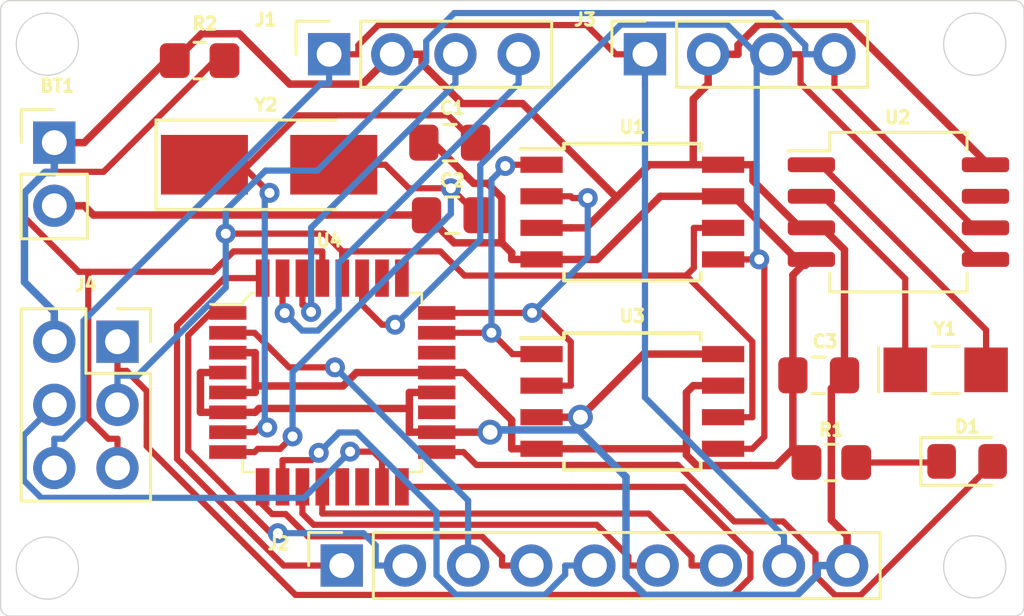
<source format=kicad_pcb>
(kicad_pcb (version 20171130) (host pcbnew 5.1.10-88a1d61d58~88~ubuntu20.04.1)

  (general
    (thickness 1.6)
    (drawings 12)
    (tracks 366)
    (zones 0)
    (modules 17)
    (nets 33)
  )

  (page USLetter)
  (title_block
    (title "Battery Powered Arduino Clone with Clock & Extended EEPROM")
    (date 2021-06-25)
    (rev 1)
    (company Lutzcraft)
    (comment 1 "David Lutz")
  )

  (layers
    (0 F.Cu signal)
    (31 B.Cu mixed)
    (32 B.Adhes user)
    (33 F.Adhes user)
    (34 B.Paste user)
    (35 F.Paste user)
    (36 B.SilkS user)
    (37 F.SilkS user)
    (38 B.Mask user)
    (39 F.Mask user)
    (40 Dwgs.User user)
    (41 Cmts.User user)
    (42 Eco1.User user)
    (43 Eco2.User user)
    (44 Edge.Cuts user)
    (45 Margin user)
    (46 B.CrtYd user)
    (47 F.CrtYd user)
    (48 B.Fab user)
    (49 F.Fab user hide)
  )

  (setup
    (last_trace_width 0.25)
    (user_trace_width 0.3)
    (trace_clearance 0.2)
    (zone_clearance 0.508)
    (zone_45_only no)
    (trace_min 0.2)
    (via_size 0.8)
    (via_drill 0.4)
    (via_min_size 0.4)
    (via_min_drill 0.3)
    (user_via 1 0.6)
    (uvia_size 0.3)
    (uvia_drill 0.1)
    (uvias_allowed no)
    (uvia_min_size 0.2)
    (uvia_min_drill 0.1)
    (edge_width 0.05)
    (segment_width 0.2)
    (pcb_text_width 0.3)
    (pcb_text_size 1.5 1.5)
    (mod_edge_width 0.12)
    (mod_text_size 1 1)
    (mod_text_width 0.15)
    (pad_size 1.524 1.524)
    (pad_drill 0.762)
    (pad_to_mask_clearance 0)
    (aux_axis_origin 0 0)
    (visible_elements FFFFFF7F)
    (pcbplotparams
      (layerselection 0x010fc_ffffffff)
      (usegerberextensions false)
      (usegerberattributes true)
      (usegerberadvancedattributes true)
      (creategerberjobfile true)
      (excludeedgelayer true)
      (linewidth 0.100000)
      (plotframeref false)
      (viasonmask false)
      (mode 1)
      (useauxorigin false)
      (hpglpennumber 1)
      (hpglpenspeed 20)
      (hpglpendiameter 15.000000)
      (psnegative false)
      (psa4output false)
      (plotreference true)
      (plotvalue true)
      (plotinvisibletext false)
      (padsonsilk false)
      (subtractmaskfromsilk false)
      (outputformat 1)
      (mirror false)
      (drillshape 1)
      (scaleselection 1)
      (outputdirectory ""))
  )

  (net 0 "")
  (net 1 /Vcc)
  (net 2 GNDPWR)
  (net 3 "Net-(C1-Pad2)")
  (net 4 "Net-(C2-Pad2)")
  (net 5 "Net-(D1-Pad1)")
  (net 6 "Net-(D1-Pad2)")
  (net 7 /Connectors/GND)
  (net 8 /RX)
  (net 9 /TX)
  (net 10 /D2)
  (net 11 /D3)
  (net 12 /D4)
  (net 13 /D5)
  (net 14 /D6)
  (net 15 /D7)
  (net 16 /D8)
  (net 17 /SCL)
  (net 18 /SDA)
  (net 19 /MISO)
  (net 20 /MOSI)
  (net 21 /RESET)
  (net 22 /ADDS1)
  (net 23 /ADDS2)
  (net 24 "Net-(U2-Pad1)")
  (net 25 "Net-(U2-Pad2)")
  (net 26 "Net-(U2-Pad7)")
  (net 27 "Net-(U4-Pad13)")
  (net 28 "Net-(U4-Pad14)")
  (net 29 "Net-(U4-Pad19)")
  (net 30 "Net-(U4-Pad22)")
  (net 31 "Net-(U4-Pad25)")
  (net 32 "Net-(U4-Pad26)")

  (net_class Default "This is the default net class."
    (clearance 0.2)
    (trace_width 0.25)
    (via_dia 0.8)
    (via_drill 0.4)
    (uvia_dia 0.3)
    (uvia_drill 0.1)
    (add_net /ADDS1)
    (add_net /ADDS2)
    (add_net /Connectors/GND)
    (add_net /D2)
    (add_net /D3)
    (add_net /D4)
    (add_net /D5)
    (add_net /D6)
    (add_net /D7)
    (add_net /D8)
    (add_net /MISO)
    (add_net /MOSI)
    (add_net /RESET)
    (add_net /RX)
    (add_net /SCL)
    (add_net /SDA)
    (add_net /TX)
    (add_net "Net-(C1-Pad2)")
    (add_net "Net-(C2-Pad2)")
    (add_net "Net-(D1-Pad1)")
    (add_net "Net-(D1-Pad2)")
    (add_net "Net-(U2-Pad1)")
    (add_net "Net-(U2-Pad2)")
    (add_net "Net-(U2-Pad7)")
    (add_net "Net-(U4-Pad13)")
    (add_net "Net-(U4-Pad14)")
    (add_net "Net-(U4-Pad19)")
    (add_net "Net-(U4-Pad22)")
    (add_net "Net-(U4-Pad25)")
    (add_net "Net-(U4-Pad26)")
  )

  (net_class Power ""
    (clearance 0.2)
    (trace_width 0.3)
    (via_dia 1)
    (via_drill 0.6)
    (uvia_dia 0.3)
    (uvia_drill 0.1)
    (add_net /Vcc)
    (add_net GNDPWR)
  )

  (module Connector_PinHeader_2.54mm:PinHeader_1x02_P2.54mm_Vertical (layer F.Cu) (tedit 59FED5CC) (tstamp 60D63472)
    (at 68.961 100.076)
    (descr "Through hole straight pin header, 1x02, 2.54mm pitch, single row")
    (tags "Through hole pin header THT 1x02 2.54mm single row")
    (path /60D6C031)
    (fp_text reference BT1 (at 0.127 -2.286) (layer F.SilkS)
      (effects (font (size 0.5 0.5) (thickness 0.125)))
    )
    (fp_text value "Battery 3V" (at 0 4.87) (layer F.Fab)
      (effects (font (size 1 1) (thickness 0.15)))
    )
    (fp_line (start 1.8 -1.8) (end -1.8 -1.8) (layer F.CrtYd) (width 0.05))
    (fp_line (start 1.8 4.35) (end 1.8 -1.8) (layer F.CrtYd) (width 0.05))
    (fp_line (start -1.8 4.35) (end 1.8 4.35) (layer F.CrtYd) (width 0.05))
    (fp_line (start -1.8 -1.8) (end -1.8 4.35) (layer F.CrtYd) (width 0.05))
    (fp_line (start -1.33 -1.33) (end 0 -1.33) (layer F.SilkS) (width 0.12))
    (fp_line (start -1.33 0) (end -1.33 -1.33) (layer F.SilkS) (width 0.12))
    (fp_line (start -1.33 1.27) (end 1.33 1.27) (layer F.SilkS) (width 0.12))
    (fp_line (start 1.33 1.27) (end 1.33 3.87) (layer F.SilkS) (width 0.12))
    (fp_line (start -1.33 1.27) (end -1.33 3.87) (layer F.SilkS) (width 0.12))
    (fp_line (start -1.33 3.87) (end 1.33 3.87) (layer F.SilkS) (width 0.12))
    (fp_line (start -1.27 -0.635) (end -0.635 -1.27) (layer F.Fab) (width 0.1))
    (fp_line (start -1.27 3.81) (end -1.27 -0.635) (layer F.Fab) (width 0.1))
    (fp_line (start 1.27 3.81) (end -1.27 3.81) (layer F.Fab) (width 0.1))
    (fp_line (start 1.27 -1.27) (end 1.27 3.81) (layer F.Fab) (width 0.1))
    (fp_line (start -0.635 -1.27) (end 1.27 -1.27) (layer F.Fab) (width 0.1))
    (fp_text user %R (at 0 1.27 90) (layer F.Fab)
      (effects (font (size 1 1) (thickness 0.15)))
    )
    (pad 1 thru_hole rect (at 0 0) (size 1.7 1.7) (drill 1) (layers *.Cu *.Mask)
      (net 1 /Vcc))
    (pad 2 thru_hole oval (at 0 2.54) (size 1.7 1.7) (drill 1) (layers *.Cu *.Mask)
      (net 2 GNDPWR))
    (model ${KISYS3DMOD}/Connector_PinHeader_2.54mm.3dshapes/PinHeader_1x02_P2.54mm_Vertical.wrl
      (at (xyz 0 0 0))
      (scale (xyz 1 1 1))
      (rotate (xyz 0 0 0))
    )
  )

  (module Capacitor_SMD:C_0805_2012Metric_Pad1.18x1.45mm_HandSolder (layer F.Cu) (tedit 5F68FEEF) (tstamp 60D63483)
    (at 84.8575 100.076)
    (descr "Capacitor SMD 0805 (2012 Metric), square (rectangular) end terminal, IPC_7351 nominal with elongated pad for handsoldering. (Body size source: IPC-SM-782 page 76, https://www.pcb-3d.com/wordpress/wp-content/uploads/ipc-sm-782a_amendment_1_and_2.pdf, https://docs.google.com/spreadsheets/d/1BsfQQcO9C6DZCsRaXUlFlo91Tg2WpOkGARC1WS5S8t0/edit?usp=sharing), generated with kicad-footprint-generator")
    (tags "capacitor handsolder")
    (path /60D6CC38)
    (attr smd)
    (fp_text reference C1 (at 0.1055 -1.397) (layer F.SilkS)
      (effects (font (size 0.5 0.5) (thickness 0.125)))
    )
    (fp_text value "22 pF" (at 0 1.68) (layer F.Fab)
      (effects (font (size 1 1) (thickness 0.15)))
    )
    (fp_line (start 1.88 0.98) (end -1.88 0.98) (layer F.CrtYd) (width 0.05))
    (fp_line (start 1.88 -0.98) (end 1.88 0.98) (layer F.CrtYd) (width 0.05))
    (fp_line (start -1.88 -0.98) (end 1.88 -0.98) (layer F.CrtYd) (width 0.05))
    (fp_line (start -1.88 0.98) (end -1.88 -0.98) (layer F.CrtYd) (width 0.05))
    (fp_line (start -0.261252 0.735) (end 0.261252 0.735) (layer F.SilkS) (width 0.12))
    (fp_line (start -0.261252 -0.735) (end 0.261252 -0.735) (layer F.SilkS) (width 0.12))
    (fp_line (start 1 0.625) (end -1 0.625) (layer F.Fab) (width 0.1))
    (fp_line (start 1 -0.625) (end 1 0.625) (layer F.Fab) (width 0.1))
    (fp_line (start -1 -0.625) (end 1 -0.625) (layer F.Fab) (width 0.1))
    (fp_line (start -1 0.625) (end -1 -0.625) (layer F.Fab) (width 0.1))
    (fp_text user %R (at 0 0) (layer F.Fab)
      (effects (font (size 0.5 0.5) (thickness 0.08)))
    )
    (pad 1 smd roundrect (at -1.0375 0) (size 1.175 1.45) (layers F.Cu F.Paste F.Mask) (roundrect_rratio 0.212766)
      (net 2 GNDPWR))
    (pad 2 smd roundrect (at 1.0375 0) (size 1.175 1.45) (layers F.Cu F.Paste F.Mask) (roundrect_rratio 0.212766)
      (net 3 "Net-(C1-Pad2)"))
    (model ${KISYS3DMOD}/Capacitor_SMD.3dshapes/C_0805_2012Metric.wrl
      (at (xyz 0 0 0))
      (scale (xyz 1 1 1))
      (rotate (xyz 0 0 0))
    )
  )

  (module Capacitor_SMD:C_0805_2012Metric_Pad1.18x1.45mm_HandSolder (layer F.Cu) (tedit 5F68FEEF) (tstamp 60D63494)
    (at 84.963 102.997)
    (descr "Capacitor SMD 0805 (2012 Metric), square (rectangular) end terminal, IPC_7351 nominal with elongated pad for handsoldering. (Body size source: IPC-SM-782 page 76, https://www.pcb-3d.com/wordpress/wp-content/uploads/ipc-sm-782a_amendment_1_and_2.pdf, https://docs.google.com/spreadsheets/d/1BsfQQcO9C6DZCsRaXUlFlo91Tg2WpOkGARC1WS5S8t0/edit?usp=sharing), generated with kicad-footprint-generator")
    (tags "capacitor handsolder")
    (path /60D6D0AE)
    (attr smd)
    (fp_text reference C2 (at 0 -1.397) (layer F.SilkS)
      (effects (font (size 0.5 0.5) (thickness 0.125)))
    )
    (fp_text value "22 pF" (at 0 1.68) (layer F.Fab)
      (effects (font (size 1 1) (thickness 0.15)))
    )
    (fp_line (start -1 0.625) (end -1 -0.625) (layer F.Fab) (width 0.1))
    (fp_line (start -1 -0.625) (end 1 -0.625) (layer F.Fab) (width 0.1))
    (fp_line (start 1 -0.625) (end 1 0.625) (layer F.Fab) (width 0.1))
    (fp_line (start 1 0.625) (end -1 0.625) (layer F.Fab) (width 0.1))
    (fp_line (start -0.261252 -0.735) (end 0.261252 -0.735) (layer F.SilkS) (width 0.12))
    (fp_line (start -0.261252 0.735) (end 0.261252 0.735) (layer F.SilkS) (width 0.12))
    (fp_line (start -1.88 0.98) (end -1.88 -0.98) (layer F.CrtYd) (width 0.05))
    (fp_line (start -1.88 -0.98) (end 1.88 -0.98) (layer F.CrtYd) (width 0.05))
    (fp_line (start 1.88 -0.98) (end 1.88 0.98) (layer F.CrtYd) (width 0.05))
    (fp_line (start 1.88 0.98) (end -1.88 0.98) (layer F.CrtYd) (width 0.05))
    (fp_text user %R (at 0 0) (layer F.Fab)
      (effects (font (size 0.5 0.5) (thickness 0.08)))
    )
    (pad 2 smd roundrect (at 1.0375 0) (size 1.175 1.45) (layers F.Cu F.Paste F.Mask) (roundrect_rratio 0.212766)
      (net 4 "Net-(C2-Pad2)"))
    (pad 1 smd roundrect (at -1.0375 0) (size 1.175 1.45) (layers F.Cu F.Paste F.Mask) (roundrect_rratio 0.212766)
      (net 2 GNDPWR))
    (model ${KISYS3DMOD}/Capacitor_SMD.3dshapes/C_0805_2012Metric.wrl
      (at (xyz 0 0 0))
      (scale (xyz 1 1 1))
      (rotate (xyz 0 0 0))
    )
  )

  (module Capacitor_SMD:C_0805_2012Metric_Pad1.18x1.45mm_HandSolder (layer F.Cu) (tedit 5F68FEEF) (tstamp 60D634A5)
    (at 99.695 109.44 180)
    (descr "Capacitor SMD 0805 (2012 Metric), square (rectangular) end terminal, IPC_7351 nominal with elongated pad for handsoldering. (Body size source: IPC-SM-782 page 76, https://www.pcb-3d.com/wordpress/wp-content/uploads/ipc-sm-782a_amendment_1_and_2.pdf, https://docs.google.com/spreadsheets/d/1BsfQQcO9C6DZCsRaXUlFlo91Tg2WpOkGARC1WS5S8t0/edit?usp=sharing), generated with kicad-footprint-generator")
    (tags "capacitor handsolder")
    (path /60D6F410)
    (attr smd)
    (fp_text reference C3 (at -0.254 1.363) (layer F.SilkS)
      (effects (font (size 0.5 0.5) (thickness 0.125)))
    )
    (fp_text value "10 μF" (at 0 1.68) (layer F.Fab)
      (effects (font (size 1 1) (thickness 0.15)))
    )
    (fp_line (start 1.88 0.98) (end -1.88 0.98) (layer F.CrtYd) (width 0.05))
    (fp_line (start 1.88 -0.98) (end 1.88 0.98) (layer F.CrtYd) (width 0.05))
    (fp_line (start -1.88 -0.98) (end 1.88 -0.98) (layer F.CrtYd) (width 0.05))
    (fp_line (start -1.88 0.98) (end -1.88 -0.98) (layer F.CrtYd) (width 0.05))
    (fp_line (start -0.261252 0.735) (end 0.261252 0.735) (layer F.SilkS) (width 0.12))
    (fp_line (start -0.261252 -0.735) (end 0.261252 -0.735) (layer F.SilkS) (width 0.12))
    (fp_line (start 1 0.625) (end -1 0.625) (layer F.Fab) (width 0.1))
    (fp_line (start 1 -0.625) (end 1 0.625) (layer F.Fab) (width 0.1))
    (fp_line (start -1 -0.625) (end 1 -0.625) (layer F.Fab) (width 0.1))
    (fp_line (start -1 0.625) (end -1 -0.625) (layer F.Fab) (width 0.1))
    (fp_text user %R (at 0 0) (layer F.Fab)
      (effects (font (size 0.5 0.5) (thickness 0.08)))
    )
    (pad 1 smd roundrect (at -1.0375 0 180) (size 1.175 1.45) (layers F.Cu F.Paste F.Mask) (roundrect_rratio 0.212766)
      (net 1 /Vcc))
    (pad 2 smd roundrect (at 1.0375 0 180) (size 1.175 1.45) (layers F.Cu F.Paste F.Mask) (roundrect_rratio 0.212766)
      (net 2 GNDPWR))
    (model ${KISYS3DMOD}/Capacitor_SMD.3dshapes/C_0805_2012Metric.wrl
      (at (xyz 0 0 0))
      (scale (xyz 1 1 1))
      (rotate (xyz 0 0 0))
    )
  )

  (module LED_SMD:LED_0805_2012Metric_Pad1.15x1.40mm_HandSolder (layer F.Cu) (tedit 5F68FEF1) (tstamp 60D634B8)
    (at 105.664 112.903)
    (descr "LED SMD 0805 (2012 Metric), square (rectangular) end terminal, IPC_7351 nominal, (Body size source: https://docs.google.com/spreadsheets/d/1BsfQQcO9C6DZCsRaXUlFlo91Tg2WpOkGARC1WS5S8t0/edit?usp=sharing), generated with kicad-footprint-generator")
    (tags "LED handsolder")
    (path /60D714CD)
    (attr smd)
    (fp_text reference D1 (at 0 -1.397) (layer F.SilkS)
      (effects (font (size 0.5 0.5) (thickness 0.125)))
    )
    (fp_text value LED (at 0 1.65) (layer F.Fab)
      (effects (font (size 1 1) (thickness 0.15)))
    )
    (fp_line (start 1.85 0.95) (end -1.85 0.95) (layer F.CrtYd) (width 0.05))
    (fp_line (start 1.85 -0.95) (end 1.85 0.95) (layer F.CrtYd) (width 0.05))
    (fp_line (start -1.85 -0.95) (end 1.85 -0.95) (layer F.CrtYd) (width 0.05))
    (fp_line (start -1.85 0.95) (end -1.85 -0.95) (layer F.CrtYd) (width 0.05))
    (fp_line (start -1.86 0.96) (end 1 0.96) (layer F.SilkS) (width 0.12))
    (fp_line (start -1.86 -0.96) (end -1.86 0.96) (layer F.SilkS) (width 0.12))
    (fp_line (start 1 -0.96) (end -1.86 -0.96) (layer F.SilkS) (width 0.12))
    (fp_line (start 1 0.6) (end 1 -0.6) (layer F.Fab) (width 0.1))
    (fp_line (start -1 0.6) (end 1 0.6) (layer F.Fab) (width 0.1))
    (fp_line (start -1 -0.3) (end -1 0.6) (layer F.Fab) (width 0.1))
    (fp_line (start -0.7 -0.6) (end -1 -0.3) (layer F.Fab) (width 0.1))
    (fp_line (start 1 -0.6) (end -0.7 -0.6) (layer F.Fab) (width 0.1))
    (fp_text user %R (at 0 0) (layer F.Fab)
      (effects (font (size 0.5 0.5) (thickness 0.08)))
    )
    (pad 1 smd roundrect (at -1.025 0) (size 1.15 1.4) (layers F.Cu F.Paste F.Mask) (roundrect_rratio 0.217391)
      (net 5 "Net-(D1-Pad1)"))
    (pad 2 smd roundrect (at 1.025 0) (size 1.15 1.4) (layers F.Cu F.Paste F.Mask) (roundrect_rratio 0.217391)
      (net 6 "Net-(D1-Pad2)"))
    (model ${KISYS3DMOD}/LED_SMD.3dshapes/LED_0805_2012Metric.wrl
      (at (xyz 0 0 0))
      (scale (xyz 1 1 1))
      (rotate (xyz 0 0 0))
    )
  )

  (module Resistor_SMD:R_0805_2012Metric_Pad1.20x1.40mm_HandSolder (layer F.Cu) (tedit 5F68FEEE) (tstamp 60D63532)
    (at 100.203 112.948 180)
    (descr "Resistor SMD 0805 (2012 Metric), square (rectangular) end terminal, IPC_7351 nominal with elongated pad for handsoldering. (Body size source: IPC-SM-782 page 72, https://www.pcb-3d.com/wordpress/wp-content/uploads/ipc-sm-782a_amendment_1_and_2.pdf), generated with kicad-footprint-generator")
    (tags "resistor handsolder")
    (path /60E2364B)
    (attr smd)
    (fp_text reference R1 (at 0 1.315) (layer F.SilkS)
      (effects (font (size 0.5 0.5) (thickness 0.125)))
    )
    (fp_text value "330 Ω" (at 0 1.65) (layer F.Fab)
      (effects (font (size 1 1) (thickness 0.15)))
    )
    (fp_line (start 1.85 0.95) (end -1.85 0.95) (layer F.CrtYd) (width 0.05))
    (fp_line (start 1.85 -0.95) (end 1.85 0.95) (layer F.CrtYd) (width 0.05))
    (fp_line (start -1.85 -0.95) (end 1.85 -0.95) (layer F.CrtYd) (width 0.05))
    (fp_line (start -1.85 0.95) (end -1.85 -0.95) (layer F.CrtYd) (width 0.05))
    (fp_line (start -0.227064 0.735) (end 0.227064 0.735) (layer F.SilkS) (width 0.12))
    (fp_line (start -0.227064 -0.735) (end 0.227064 -0.735) (layer F.SilkS) (width 0.12))
    (fp_line (start 1 0.625) (end -1 0.625) (layer F.Fab) (width 0.1))
    (fp_line (start 1 -0.625) (end 1 0.625) (layer F.Fab) (width 0.1))
    (fp_line (start -1 -0.625) (end 1 -0.625) (layer F.Fab) (width 0.1))
    (fp_line (start -1 0.625) (end -1 -0.625) (layer F.Fab) (width 0.1))
    (fp_text user %R (at 0 0) (layer F.Fab)
      (effects (font (size 0.5 0.5) (thickness 0.08)))
    )
    (pad 1 smd roundrect (at -1 0 180) (size 1.2 1.4) (layers F.Cu F.Paste F.Mask) (roundrect_rratio 0.208333)
      (net 5 "Net-(D1-Pad1)"))
    (pad 2 smd roundrect (at 1 0 180) (size 1.2 1.4) (layers F.Cu F.Paste F.Mask) (roundrect_rratio 0.208333)
      (net 2 GNDPWR))
    (model ${KISYS3DMOD}/Resistor_SMD.3dshapes/R_0805_2012Metric.wrl
      (at (xyz 0 0 0))
      (scale (xyz 1 1 1))
      (rotate (xyz 0 0 0))
    )
  )

  (module Resistor_SMD:R_0805_2012Metric_Pad1.20x1.40mm_HandSolder (layer F.Cu) (tedit 5F68FEEE) (tstamp 60D63543)
    (at 74.803 96.774 180)
    (descr "Resistor SMD 0805 (2012 Metric), square (rectangular) end terminal, IPC_7351 nominal with elongated pad for handsoldering. (Body size source: IPC-SM-782 page 72, https://www.pcb-3d.com/wordpress/wp-content/uploads/ipc-sm-782a_amendment_1_and_2.pdf), generated with kicad-footprint-generator")
    (tags "resistor handsolder")
    (path /60D731B1)
    (attr smd)
    (fp_text reference R2 (at -0.21 1.485) (layer F.SilkS)
      (effects (font (size 0.5 0.5) (thickness 0.125)))
    )
    (fp_text value "10K Ω" (at 0 1.65) (layer F.Fab)
      (effects (font (size 1 1) (thickness 0.15)))
    )
    (fp_line (start -1 0.625) (end -1 -0.625) (layer F.Fab) (width 0.1))
    (fp_line (start -1 -0.625) (end 1 -0.625) (layer F.Fab) (width 0.1))
    (fp_line (start 1 -0.625) (end 1 0.625) (layer F.Fab) (width 0.1))
    (fp_line (start 1 0.625) (end -1 0.625) (layer F.Fab) (width 0.1))
    (fp_line (start -0.227064 -0.735) (end 0.227064 -0.735) (layer F.SilkS) (width 0.12))
    (fp_line (start -0.227064 0.735) (end 0.227064 0.735) (layer F.SilkS) (width 0.12))
    (fp_line (start -1.85 0.95) (end -1.85 -0.95) (layer F.CrtYd) (width 0.05))
    (fp_line (start -1.85 -0.95) (end 1.85 -0.95) (layer F.CrtYd) (width 0.05))
    (fp_line (start 1.85 -0.95) (end 1.85 0.95) (layer F.CrtYd) (width 0.05))
    (fp_line (start 1.85 0.95) (end -1.85 0.95) (layer F.CrtYd) (width 0.05))
    (fp_text user %R (at 0 0) (layer F.Fab)
      (effects (font (size 0.5 0.5) (thickness 0.08)))
    )
    (pad 2 smd roundrect (at 1 0 180) (size 1.2 1.4) (layers F.Cu F.Paste F.Mask) (roundrect_rratio 0.208333)
      (net 1 /Vcc))
    (pad 1 smd roundrect (at -1 0 180) (size 1.2 1.4) (layers F.Cu F.Paste F.Mask) (roundrect_rratio 0.208333)
      (net 21 /RESET))
    (model ${KISYS3DMOD}/Resistor_SMD.3dshapes/R_0805_2012Metric.wrl
      (at (xyz 0 0 0))
      (scale (xyz 1 1 1))
      (rotate (xyz 0 0 0))
    )
  )

  (module Package_SO:SOIJ-8_5.3x5.3mm_P1.27mm (layer F.Cu) (tedit 5A02F2D3) (tstamp 60D63560)
    (at 92.202 102.87)
    (descr "8-Lead Plastic Small Outline (SM) - Medium, 5.28 mm Body [SOIC] (see Microchip Packaging Specification 00000049BS.pdf)")
    (tags "SOIC 1.27")
    (path /60DA6339)
    (attr smd)
    (fp_text reference U1 (at 0 -3.429) (layer F.SilkS)
      (effects (font (size 0.5 0.5) (thickness 0.125)))
    )
    (fp_text value 24LC1025 (at 0 3.68) (layer F.Fab)
      (effects (font (size 1 1) (thickness 0.15)))
    )
    (fp_line (start -2.75 -2.55) (end -4.5 -2.55) (layer F.SilkS) (width 0.15))
    (fp_line (start -2.75 2.755) (end 2.75 2.755) (layer F.SilkS) (width 0.15))
    (fp_line (start -2.75 -2.755) (end 2.75 -2.755) (layer F.SilkS) (width 0.15))
    (fp_line (start -2.75 2.755) (end -2.75 2.455) (layer F.SilkS) (width 0.15))
    (fp_line (start 2.75 2.755) (end 2.75 2.455) (layer F.SilkS) (width 0.15))
    (fp_line (start 2.75 -2.755) (end 2.75 -2.455) (layer F.SilkS) (width 0.15))
    (fp_line (start -2.75 -2.755) (end -2.75 -2.55) (layer F.SilkS) (width 0.15))
    (fp_line (start -4.75 2.95) (end 4.75 2.95) (layer F.CrtYd) (width 0.05))
    (fp_line (start -4.75 -2.95) (end 4.75 -2.95) (layer F.CrtYd) (width 0.05))
    (fp_line (start 4.75 -2.95) (end 4.75 2.95) (layer F.CrtYd) (width 0.05))
    (fp_line (start -4.75 -2.95) (end -4.75 2.95) (layer F.CrtYd) (width 0.05))
    (fp_line (start -2.65 -1.65) (end -1.65 -2.65) (layer F.Fab) (width 0.15))
    (fp_line (start -2.65 2.65) (end -2.65 -1.65) (layer F.Fab) (width 0.15))
    (fp_line (start 2.65 2.65) (end -2.65 2.65) (layer F.Fab) (width 0.15))
    (fp_line (start 2.65 -2.65) (end 2.65 2.65) (layer F.Fab) (width 0.15))
    (fp_line (start -1.65 -2.65) (end 2.65 -2.65) (layer F.Fab) (width 0.15))
    (fp_text user %R (at 0 0) (layer F.Fab)
      (effects (font (size 1 1) (thickness 0.15)))
    )
    (pad 1 smd rect (at -3.65 -1.905) (size 1.7 0.65) (layers F.Cu F.Paste F.Mask)
      (net 22 /ADDS1))
    (pad 2 smd rect (at -3.65 -0.635) (size 1.7 0.65) (layers F.Cu F.Paste F.Mask)
      (net 23 /ADDS2))
    (pad 3 smd rect (at -3.65 0.635) (size 1.7 0.65) (layers F.Cu F.Paste F.Mask)
      (net 1 /Vcc))
    (pad 4 smd rect (at -3.65 1.905) (size 1.7 0.65) (layers F.Cu F.Paste F.Mask)
      (net 2 GNDPWR))
    (pad 5 smd rect (at 3.65 1.905) (size 1.7 0.65) (layers F.Cu F.Paste F.Mask)
      (net 18 /SDA))
    (pad 6 smd rect (at 3.65 0.635) (size 1.7 0.65) (layers F.Cu F.Paste F.Mask)
      (net 17 /SCL))
    (pad 7 smd rect (at 3.65 -0.635) (size 1.7 0.65) (layers F.Cu F.Paste F.Mask)
      (net 2 GNDPWR))
    (pad 8 smd rect (at 3.65 -1.905) (size 1.7 0.65) (layers F.Cu F.Paste F.Mask)
      (net 1 /Vcc))
    (model ${KISYS3DMOD}/Package_SO.3dshapes/SOIJ-8_5.3x5.3mm_P1.27mm.wrl
      (at (xyz 0 0 0))
      (scale (xyz 1 1 1))
      (rotate (xyz 0 0 0))
    )
  )

  (module Package_SO:SO-8_5.3x6.2mm_P1.27mm (layer F.Cu) (tedit 5EA5315B) (tstamp 60D6357F)
    (at 102.901 102.87)
    (descr "SO, 8 Pin (https://www.ti.com/lit/ml/msop001a/msop001a.pdf), generated with kicad-footprint-generator ipc_gullwing_generator.py")
    (tags "SO SO")
    (path /60D83E7A)
    (attr smd)
    (fp_text reference U2 (at -0.031 -3.81) (layer F.SilkS)
      (effects (font (size 0.5 0.5) (thickness 0.125)))
    )
    (fp_text value DS1337S+ (at 0 4.05) (layer F.Fab)
      (effects (font (size 1 1) (thickness 0.15)))
    )
    (fp_line (start 4.7 -3.35) (end -4.7 -3.35) (layer F.CrtYd) (width 0.05))
    (fp_line (start 4.7 3.35) (end 4.7 -3.35) (layer F.CrtYd) (width 0.05))
    (fp_line (start -4.7 3.35) (end 4.7 3.35) (layer F.CrtYd) (width 0.05))
    (fp_line (start -4.7 -3.35) (end -4.7 3.35) (layer F.CrtYd) (width 0.05))
    (fp_line (start -2.65 -2.1) (end -1.65 -3.1) (layer F.Fab) (width 0.1))
    (fp_line (start -2.65 3.1) (end -2.65 -2.1) (layer F.Fab) (width 0.1))
    (fp_line (start 2.65 3.1) (end -2.65 3.1) (layer F.Fab) (width 0.1))
    (fp_line (start 2.65 -3.1) (end 2.65 3.1) (layer F.Fab) (width 0.1))
    (fp_line (start -1.65 -3.1) (end 2.65 -3.1) (layer F.Fab) (width 0.1))
    (fp_line (start -2.76 -2.465) (end -4.45 -2.465) (layer F.SilkS) (width 0.12))
    (fp_line (start -2.76 -3.21) (end -2.76 -2.465) (layer F.SilkS) (width 0.12))
    (fp_line (start 0 -3.21) (end -2.76 -3.21) (layer F.SilkS) (width 0.12))
    (fp_line (start 2.76 -3.21) (end 2.76 -2.465) (layer F.SilkS) (width 0.12))
    (fp_line (start 0 -3.21) (end 2.76 -3.21) (layer F.SilkS) (width 0.12))
    (fp_line (start -2.76 3.21) (end -2.76 2.465) (layer F.SilkS) (width 0.12))
    (fp_line (start 0 3.21) (end -2.76 3.21) (layer F.SilkS) (width 0.12))
    (fp_line (start 2.76 3.21) (end 2.76 2.465) (layer F.SilkS) (width 0.12))
    (fp_line (start 0 3.21) (end 2.76 3.21) (layer F.SilkS) (width 0.12))
    (fp_text user %R (at 0 0) (layer F.Fab)
      (effects (font (size 1 1) (thickness 0.15)))
    )
    (pad 1 smd roundrect (at -3.5 -1.905) (size 1.9 0.6) (layers F.Cu F.Paste F.Mask) (roundrect_rratio 0.25)
      (net 24 "Net-(U2-Pad1)"))
    (pad 2 smd roundrect (at -3.5 -0.635) (size 1.9 0.6) (layers F.Cu F.Paste F.Mask) (roundrect_rratio 0.25)
      (net 25 "Net-(U2-Pad2)"))
    (pad 3 smd roundrect (at -3.5 0.635) (size 1.9 0.6) (layers F.Cu F.Paste F.Mask) (roundrect_rratio 0.25)
      (net 1 /Vcc))
    (pad 4 smd roundrect (at -3.5 1.905) (size 1.9 0.6) (layers F.Cu F.Paste F.Mask) (roundrect_rratio 0.25)
      (net 2 GNDPWR))
    (pad 5 smd roundrect (at 3.5 1.905) (size 1.9 0.6) (layers F.Cu F.Paste F.Mask) (roundrect_rratio 0.25)
      (net 18 /SDA))
    (pad 6 smd roundrect (at 3.5 0.635) (size 1.9 0.6) (layers F.Cu F.Paste F.Mask) (roundrect_rratio 0.25)
      (net 17 /SCL))
    (pad 7 smd roundrect (at 3.5 -0.635) (size 1.9 0.6) (layers F.Cu F.Paste F.Mask) (roundrect_rratio 0.25)
      (net 26 "Net-(U2-Pad7)"))
    (pad 8 smd roundrect (at 3.5 -1.905) (size 1.9 0.6) (layers F.Cu F.Paste F.Mask) (roundrect_rratio 0.25)
      (net 1 /Vcc))
    (model ${KISYS3DMOD}/Package_SO.3dshapes/SO-8_5.3x6.2mm_P1.27mm.wrl
      (at (xyz 0 0 0))
      (scale (xyz 1 1 1))
      (rotate (xyz 0 0 0))
    )
  )

  (module Package_SO:SOIJ-8_5.3x5.3mm_P1.27mm (layer F.Cu) (tedit 5A02F2D3) (tstamp 60D6359C)
    (at 92.202 110.49)
    (descr "8-Lead Plastic Small Outline (SM) - Medium, 5.28 mm Body [SOIC] (see Microchip Packaging Specification 00000049BS.pdf)")
    (tags "SOIC 1.27")
    (path /60D73BA9)
    (attr smd)
    (fp_text reference U3 (at 0 -3.429) (layer F.SilkS)
      (effects (font (size 0.5 0.5) (thickness 0.125)))
    )
    (fp_text value 24LC1025 (at 0 3.68) (layer F.Fab)
      (effects (font (size 1 1) (thickness 0.15)))
    )
    (fp_line (start -1.65 -2.65) (end 2.65 -2.65) (layer F.Fab) (width 0.15))
    (fp_line (start 2.65 -2.65) (end 2.65 2.65) (layer F.Fab) (width 0.15))
    (fp_line (start 2.65 2.65) (end -2.65 2.65) (layer F.Fab) (width 0.15))
    (fp_line (start -2.65 2.65) (end -2.65 -1.65) (layer F.Fab) (width 0.15))
    (fp_line (start -2.65 -1.65) (end -1.65 -2.65) (layer F.Fab) (width 0.15))
    (fp_line (start -4.75 -2.95) (end -4.75 2.95) (layer F.CrtYd) (width 0.05))
    (fp_line (start 4.75 -2.95) (end 4.75 2.95) (layer F.CrtYd) (width 0.05))
    (fp_line (start -4.75 -2.95) (end 4.75 -2.95) (layer F.CrtYd) (width 0.05))
    (fp_line (start -4.75 2.95) (end 4.75 2.95) (layer F.CrtYd) (width 0.05))
    (fp_line (start -2.75 -2.755) (end -2.75 -2.55) (layer F.SilkS) (width 0.15))
    (fp_line (start 2.75 -2.755) (end 2.75 -2.455) (layer F.SilkS) (width 0.15))
    (fp_line (start 2.75 2.755) (end 2.75 2.455) (layer F.SilkS) (width 0.15))
    (fp_line (start -2.75 2.755) (end -2.75 2.455) (layer F.SilkS) (width 0.15))
    (fp_line (start -2.75 -2.755) (end 2.75 -2.755) (layer F.SilkS) (width 0.15))
    (fp_line (start -2.75 2.755) (end 2.75 2.755) (layer F.SilkS) (width 0.15))
    (fp_line (start -2.75 -2.55) (end -4.5 -2.55) (layer F.SilkS) (width 0.15))
    (fp_text user %R (at 0 0) (layer F.Fab)
      (effects (font (size 1 1) (thickness 0.15)))
    )
    (pad 8 smd rect (at 3.65 -1.905) (size 1.7 0.65) (layers F.Cu F.Paste F.Mask)
      (net 1 /Vcc))
    (pad 7 smd rect (at 3.65 -0.635) (size 1.7 0.65) (layers F.Cu F.Paste F.Mask)
      (net 2 GNDPWR))
    (pad 6 smd rect (at 3.65 0.635) (size 1.7 0.65) (layers F.Cu F.Paste F.Mask)
      (net 17 /SCL))
    (pad 5 smd rect (at 3.65 1.905) (size 1.7 0.65) (layers F.Cu F.Paste F.Mask)
      (net 18 /SDA))
    (pad 4 smd rect (at -3.65 1.905) (size 1.7 0.65) (layers F.Cu F.Paste F.Mask)
      (net 2 GNDPWR))
    (pad 3 smd rect (at -3.65 0.635) (size 1.7 0.65) (layers F.Cu F.Paste F.Mask)
      (net 1 /Vcc))
    (pad 2 smd rect (at -3.65 -0.635) (size 1.7 0.65) (layers F.Cu F.Paste F.Mask)
      (net 23 /ADDS2))
    (pad 1 smd rect (at -3.65 -1.905) (size 1.7 0.65) (layers F.Cu F.Paste F.Mask)
      (net 22 /ADDS1))
    (model ${KISYS3DMOD}/Package_SO.3dshapes/SOIJ-8_5.3x5.3mm_P1.27mm.wrl
      (at (xyz 0 0 0))
      (scale (xyz 1 1 1))
      (rotate (xyz 0 0 0))
    )
  )

  (module digikey-footprints:TQFP-32_7x7mm (layer F.Cu) (tedit 5D28AA5E) (tstamp 60D635D4)
    (at 80.137 109.728)
    (descr http://www.atmel.com/Images/Atmel-8826-SEEPROM-PCB-Mounting-Guidelines-Surface-Mount-Packages-ApplicationNote.pdf)
    (path /60D7A831)
    (attr smd)
    (fp_text reference U4 (at -0.127 -5.715) (layer F.SilkS)
      (effects (font (size 0.5 0.5) (thickness 0.125)))
    )
    (fp_text value ATMEGA328-AU (at 0 6.2) (layer F.Fab)
      (effects (font (size 1 1) (thickness 0.15)))
    )
    (fp_line (start 3.5 -3.5) (end 3.5 3.5) (layer F.Fab) (width 0.1))
    (fp_line (start -3.5 3.5) (end 3.5 3.5) (layer F.Fab) (width 0.1))
    (fp_line (start -3.5 -3.2) (end -3.2 -3.5) (layer F.Fab) (width 0.1))
    (fp_line (start -3.2 -3.5) (end 3.5 -3.5) (layer F.Fab) (width 0.1))
    (fp_line (start -3.5 -3.2) (end -3.5 3.5) (layer F.Fab) (width 0.1))
    (fp_line (start -3.6 3.6) (end -3.6 3.15) (layer F.SilkS) (width 0.1))
    (fp_line (start -3.6 3.6) (end -3.15 3.6) (layer F.SilkS) (width 0.1))
    (fp_line (start 3.6 3.6) (end 3.15 3.6) (layer F.SilkS) (width 0.1))
    (fp_line (start 3.6 3.6) (end 3.6 3.15) (layer F.SilkS) (width 0.1))
    (fp_line (start 3.6 -3.6) (end 3.6 -3.15) (layer F.SilkS) (width 0.1))
    (fp_line (start 3.6 -3.6) (end 3.15 -3.6) (layer F.SilkS) (width 0.1))
    (fp_line (start -3.6 -3.15) (end -4.9 -3.15) (layer F.SilkS) (width 0.1))
    (fp_line (start -3.6 -3.25) (end -3.6 -3.15) (layer F.SilkS) (width 0.1))
    (fp_line (start -3.25 -3.6) (end -3.6 -3.25) (layer F.SilkS) (width 0.1))
    (fp_line (start -3.15 -3.6) (end -3.25 -3.6) (layer F.SilkS) (width 0.1))
    (fp_line (start -5.2 -5.2) (end 5.2 -5.2) (layer F.CrtYd) (width 0.05))
    (fp_line (start 5.2 -5.2) (end 5.2 5.2) (layer F.CrtYd) (width 0.05))
    (fp_line (start -5.2 -5.2) (end -5.2 5.2) (layer F.CrtYd) (width 0.05))
    (fp_line (start -5.2 5.2) (end 5.2 5.2) (layer F.CrtYd) (width 0.05))
    (fp_text user %R (at 0 0) (layer F.Fab)
      (effects (font (size 1 1) (thickness 0.15)))
    )
    (pad 9 smd rect (at -2.8 4.2) (size 0.55 1.5) (layers F.Cu F.Paste F.Mask)
      (net 13 /D5))
    (pad 1 smd rect (at -4.2 -2.8) (size 1.5 0.55) (layers F.Cu F.Paste F.Mask)
      (net 11 /D3))
    (pad 2 smd rect (at -4.2 -2) (size 1.5 0.55) (layers F.Cu F.Paste F.Mask)
      (net 12 /D4))
    (pad 3 smd rect (at -4.2 -1.2) (size 1.5 0.55) (layers F.Cu F.Paste F.Mask)
      (net 2 GNDPWR))
    (pad 4 smd rect (at -4.2 -0.4) (size 1.5 0.55) (layers F.Cu F.Paste F.Mask)
      (net 1 /Vcc))
    (pad 5 smd rect (at -4.2 0.4) (size 1.5 0.55) (layers F.Cu F.Paste F.Mask)
      (net 2 GNDPWR))
    (pad 6 smd rect (at -4.2 1.2) (size 1.5 0.55) (layers F.Cu F.Paste F.Mask)
      (net 1 /Vcc))
    (pad 7 smd rect (at -4.2 2) (size 1.5 0.55) (layers F.Cu F.Paste F.Mask)
      (net 3 "Net-(C1-Pad2)"))
    (pad 8 smd rect (at -4.2 2.8) (size 1.5 0.55) (layers F.Cu F.Paste F.Mask)
      (net 4 "Net-(C2-Pad2)"))
    (pad 10 smd rect (at -2 4.2) (size 0.55 1.5) (layers F.Cu F.Paste F.Mask)
      (net 14 /D6))
    (pad 11 smd rect (at -1.2 4.2) (size 0.55 1.5) (layers F.Cu F.Paste F.Mask)
      (net 15 /D7))
    (pad 12 smd rect (at -0.4 4.2) (size 0.55 1.5) (layers F.Cu F.Paste F.Mask)
      (net 16 /D8))
    (pad 13 smd rect (at 0.4 4.2) (size 0.55 1.5) (layers F.Cu F.Paste F.Mask)
      (net 27 "Net-(U4-Pad13)"))
    (pad 14 smd rect (at 1.2 4.2) (size 0.55 1.5) (layers F.Cu F.Paste F.Mask)
      (net 28 "Net-(U4-Pad14)"))
    (pad 15 smd rect (at 2 4.2) (size 0.55 1.5) (layers F.Cu F.Paste F.Mask)
      (net 20 /MOSI))
    (pad 16 smd rect (at 2.8 4.2) (size 0.55 1.5) (layers F.Cu F.Paste F.Mask)
      (net 19 /MISO))
    (pad 17 smd rect (at 4.2 2.8) (size 1.5 0.55) (layers F.Cu F.Paste F.Mask)
      (net 6 "Net-(D1-Pad2)"))
    (pad 18 smd rect (at 4.2 2) (size 1.5 0.55) (layers F.Cu F.Paste F.Mask)
      (net 1 /Vcc))
    (pad 19 smd rect (at 4.2 1.2) (size 1.5 0.55) (layers F.Cu F.Paste F.Mask)
      (net 29 "Net-(U4-Pad19)"))
    (pad 20 smd rect (at 4.2 0.4) (size 1.5 0.55) (layers F.Cu F.Paste F.Mask)
      (net 1 /Vcc))
    (pad 21 smd rect (at 4.2 -0.4) (size 1.5 0.55) (layers F.Cu F.Paste F.Mask)
      (net 2 GNDPWR))
    (pad 22 smd rect (at 4.2 -1.2) (size 1.5 0.55) (layers F.Cu F.Paste F.Mask)
      (net 30 "Net-(U4-Pad22)"))
    (pad 23 smd rect (at 4.2 -2) (size 1.5 0.55) (layers F.Cu F.Paste F.Mask)
      (net 22 /ADDS1))
    (pad 24 smd rect (at 4.2 -2.8) (size 1.5 0.55) (layers F.Cu F.Paste F.Mask)
      (net 23 /ADDS2))
    (pad 25 smd rect (at 2.8 -4.2) (size 0.55 1.5) (layers F.Cu F.Paste F.Mask)
      (net 31 "Net-(U4-Pad25)"))
    (pad 26 smd rect (at 2 -4.2) (size 0.55 1.5) (layers F.Cu F.Paste F.Mask)
      (net 32 "Net-(U4-Pad26)"))
    (pad 27 smd rect (at 1.2 -4.2) (size 0.55 1.5) (layers F.Cu F.Paste F.Mask)
      (net 18 /SDA))
    (pad 28 smd rect (at 0.4 -4.2) (size 0.55 1.5) (layers F.Cu F.Paste F.Mask)
      (net 17 /SCL))
    (pad 29 smd rect (at -0.4 -4.2) (size 0.55 1.5) (layers F.Cu F.Paste F.Mask)
      (net 21 /RESET))
    (pad 30 smd rect (at -1.2 -4.2) (size 0.55 1.5) (layers F.Cu F.Paste F.Mask)
      (net 8 /RX))
    (pad 31 smd rect (at -2 -4.2) (size 0.55 1.5) (layers F.Cu F.Paste F.Mask)
      (net 9 /TX))
    (pad 32 smd rect (at -2.8 -4.2) (size 0.55 1.5) (layers F.Cu F.Paste F.Mask)
      (net 10 /D2))
  )

  (module Crystal:Crystal_SMD_MicroCrystal_CC7V-T1A-2Pin_3.2x1.5mm_HandSoldering (layer F.Cu) (tedit 5A0FD1B2) (tstamp 60D635E7)
    (at 104.801 109.22)
    (descr "SMD Crystal MicroCrystal CC7V-T1A/CM7V-T1A series http://www.microcrystal.com/images/_Product-Documentation/01_TF_ceramic_Packages/01_Datasheet/CC1V-T1A.pdf, hand-soldering, 3.2x1.5mm^2 package")
    (tags "SMD SMT crystal hand-soldering")
    (path /60D86F93)
    (attr smd)
    (fp_text reference Y1 (at -0.026 -1.651) (layer F.SilkS)
      (effects (font (size 0.5 0.5) (thickness 0.125)))
    )
    (fp_text value "Crystal 32KHz" (at 0 1.95) (layer F.Fab)
      (effects (font (size 1 1) (thickness 0.15)))
    )
    (fp_line (start 2.8 -1.2) (end -2.8 -1.2) (layer F.CrtYd) (width 0.05))
    (fp_line (start 2.8 1.2) (end 2.8 -1.2) (layer F.CrtYd) (width 0.05))
    (fp_line (start -2.8 1.2) (end 2.8 1.2) (layer F.CrtYd) (width 0.05))
    (fp_line (start -2.8 -1.2) (end -2.8 1.2) (layer F.CrtYd) (width 0.05))
    (fp_line (start -2.7 -0.9) (end -2.7 0.9) (layer F.SilkS) (width 0.12))
    (fp_line (start -0.55 0.95) (end 0.55 0.95) (layer F.SilkS) (width 0.12))
    (fp_line (start -0.55 -0.95) (end 0.55 -0.95) (layer F.SilkS) (width 0.12))
    (fp_line (start -1.6 0.25) (end -1.1 0.75) (layer F.Fab) (width 0.1))
    (fp_line (start 1.6 -0.75) (end -1.6 -0.75) (layer F.Fab) (width 0.1))
    (fp_line (start 1.6 0.75) (end 1.6 -0.75) (layer F.Fab) (width 0.1))
    (fp_line (start -1.6 0.75) (end 1.6 0.75) (layer F.Fab) (width 0.1))
    (fp_line (start -1.6 -0.75) (end -1.6 0.75) (layer F.Fab) (width 0.1))
    (fp_text user %R (at 0 0) (layer F.Fab)
      (effects (font (size 0.7 0.7) (thickness 0.105)))
    )
    (pad 1 smd rect (at -1.625 0) (size 1.75 1.8) (layers F.Cu F.Paste F.Mask)
      (net 25 "Net-(U2-Pad2)"))
    (pad 2 smd rect (at 1.625 0) (size 1.75 1.8) (layers F.Cu F.Paste F.Mask)
      (net 24 "Net-(U2-Pad1)"))
    (model ${KISYS3DMOD}/Crystal.3dshapes/Crystal_SMD_MicroCrystal_CC7V-T1A-2Pin_3.2x1.5mm_HandSoldering.wrl
      (at (xyz 0 0 0))
      (scale (xyz 1 1 1))
      (rotate (xyz 0 0 0))
    )
  )

  (module Crystal:Crystal_SMD_5032-2Pin_5.0x3.2mm_HandSoldering (layer F.Cu) (tedit 5A0FD1B2) (tstamp 60D63602)
    (at 77.597 100.965)
    (descr "SMD Crystal SERIES SMD2520/2 http://www.icbase.com/File/PDF/HKC/HKC00061008.pdf, hand-soldering, 5.0x3.2mm^2 package")
    (tags "SMD SMT crystal hand-soldering")
    (path /60D87842)
    (attr smd)
    (fp_text reference Y2 (at -0.127 -2.413) (layer F.SilkS)
      (effects (font (size 0.5 0.5) (thickness 0.125)))
    )
    (fp_text value "Crystal 16MHz" (at 0 2.8) (layer F.Fab)
      (effects (font (size 1 1) (thickness 0.15)))
    )
    (fp_circle (center 0 0) (end 0.093333 0) (layer F.Adhes) (width 0.186667))
    (fp_circle (center 0 0) (end 0.213333 0) (layer F.Adhes) (width 0.133333))
    (fp_circle (center 0 0) (end 0.333333 0) (layer F.Adhes) (width 0.133333))
    (fp_circle (center 0 0) (end 0.4 0) (layer F.Adhes) (width 0.1))
    (fp_line (start 4.6 -1.9) (end -4.6 -1.9) (layer F.CrtYd) (width 0.05))
    (fp_line (start 4.6 1.9) (end 4.6 -1.9) (layer F.CrtYd) (width 0.05))
    (fp_line (start -4.6 1.9) (end 4.6 1.9) (layer F.CrtYd) (width 0.05))
    (fp_line (start -4.6 -1.9) (end -4.6 1.9) (layer F.CrtYd) (width 0.05))
    (fp_line (start -4.55 1.8) (end 2.7 1.8) (layer F.SilkS) (width 0.12))
    (fp_line (start -4.55 -1.8) (end -4.55 1.8) (layer F.SilkS) (width 0.12))
    (fp_line (start 2.7 -1.8) (end -4.55 -1.8) (layer F.SilkS) (width 0.12))
    (fp_line (start -2.5 0.6) (end -1.5 1.6) (layer F.Fab) (width 0.1))
    (fp_line (start -2.5 -1.4) (end -2.3 -1.6) (layer F.Fab) (width 0.1))
    (fp_line (start -2.5 1.4) (end -2.5 -1.4) (layer F.Fab) (width 0.1))
    (fp_line (start -2.3 1.6) (end -2.5 1.4) (layer F.Fab) (width 0.1))
    (fp_line (start 2.3 1.6) (end -2.3 1.6) (layer F.Fab) (width 0.1))
    (fp_line (start 2.5 1.4) (end 2.3 1.6) (layer F.Fab) (width 0.1))
    (fp_line (start 2.5 -1.4) (end 2.5 1.4) (layer F.Fab) (width 0.1))
    (fp_line (start 2.3 -1.6) (end 2.5 -1.4) (layer F.Fab) (width 0.1))
    (fp_line (start -2.3 -1.6) (end 2.3 -1.6) (layer F.Fab) (width 0.1))
    (fp_text user %R (at 0 0) (layer F.Fab)
      (effects (font (size 1 1) (thickness 0.15)))
    )
    (pad 1 smd rect (at -2.6 0) (size 3.5 2.4) (layers F.Cu F.Paste F.Mask)
      (net 3 "Net-(C1-Pad2)"))
    (pad 2 smd rect (at 2.6 0) (size 3.5 2.4) (layers F.Cu F.Paste F.Mask)
      (net 4 "Net-(C2-Pad2)"))
    (model ${KISYS3DMOD}/Crystal.3dshapes/Crystal_SMD_5032-2Pin_5.0x3.2mm_HandSoldering.wrl
      (at (xyz 0 0 0))
      (scale (xyz 1 1 1))
      (rotate (xyz 0 0 0))
    )
  )

  (module Connector_PinSocket_2.54mm:PinSocket_1x04_P2.54mm_Vertical (layer F.Cu) (tedit 5A19A429) (tstamp 60D6BADE)
    (at 80.01 96.52 90)
    (descr "Through hole straight socket strip, 1x04, 2.54mm pitch, single row (from Kicad 4.0.7), script generated")
    (tags "Through hole socket strip THT 1x04 2.54mm single row")
    (path /60D76393/60D7857C)
    (fp_text reference J1 (at 1.397 -2.54 180) (layer F.SilkS)
      (effects (font (size 0.5 0.5) (thickness 0.125)))
    )
    (fp_text value "Serial Port" (at 0 10.39 90) (layer F.Fab)
      (effects (font (size 1 1) (thickness 0.15)))
    )
    (fp_line (start -1.8 9.4) (end -1.8 -1.8) (layer F.CrtYd) (width 0.05))
    (fp_line (start 1.75 9.4) (end -1.8 9.4) (layer F.CrtYd) (width 0.05))
    (fp_line (start 1.75 -1.8) (end 1.75 9.4) (layer F.CrtYd) (width 0.05))
    (fp_line (start -1.8 -1.8) (end 1.75 -1.8) (layer F.CrtYd) (width 0.05))
    (fp_line (start 0 -1.33) (end 1.33 -1.33) (layer F.SilkS) (width 0.12))
    (fp_line (start 1.33 -1.33) (end 1.33 0) (layer F.SilkS) (width 0.12))
    (fp_line (start 1.33 1.27) (end 1.33 8.95) (layer F.SilkS) (width 0.12))
    (fp_line (start -1.33 8.95) (end 1.33 8.95) (layer F.SilkS) (width 0.12))
    (fp_line (start -1.33 1.27) (end -1.33 8.95) (layer F.SilkS) (width 0.12))
    (fp_line (start -1.33 1.27) (end 1.33 1.27) (layer F.SilkS) (width 0.12))
    (fp_line (start -1.27 8.89) (end -1.27 -1.27) (layer F.Fab) (width 0.1))
    (fp_line (start 1.27 8.89) (end -1.27 8.89) (layer F.Fab) (width 0.1))
    (fp_line (start 1.27 -0.635) (end 1.27 8.89) (layer F.Fab) (width 0.1))
    (fp_line (start 0.635 -1.27) (end 1.27 -0.635) (layer F.Fab) (width 0.1))
    (fp_line (start -1.27 -1.27) (end 0.635 -1.27) (layer F.Fab) (width 0.1))
    (fp_text user %R (at 0 3.81) (layer F.Fab)
      (effects (font (size 1 1) (thickness 0.15)))
    )
    (pad 1 thru_hole rect (at 0 0 90) (size 1.7 1.7) (drill 1) (layers *.Cu *.Mask)
      (net 7 /Connectors/GND))
    (pad 2 thru_hole oval (at 0 2.54 90) (size 1.7 1.7) (drill 1) (layers *.Cu *.Mask)
      (net 1 /Vcc))
    (pad 3 thru_hole oval (at 0 5.08 90) (size 1.7 1.7) (drill 1) (layers *.Cu *.Mask)
      (net 8 /RX))
    (pad 4 thru_hole oval (at 0 7.62 90) (size 1.7 1.7) (drill 1) (layers *.Cu *.Mask)
      (net 9 /TX))
    (model ${KISYS3DMOD}/Connector_PinSocket_2.54mm.3dshapes/PinSocket_1x04_P2.54mm_Vertical.wrl
      (at (xyz 0 0 0))
      (scale (xyz 1 1 1))
      (rotate (xyz 0 0 0))
    )
  )

  (module Connector_PinSocket_2.54mm:PinSocket_1x09_P2.54mm_Vertical (layer F.Cu) (tedit 5A19A431) (tstamp 60D6BAF5)
    (at 80.518 117.094 90)
    (descr "Through hole straight socket strip, 1x09, 2.54mm pitch, single row (from Kicad 4.0.7), script generated")
    (tags "Through hole socket strip THT 1x09 2.54mm single row")
    (path /60D76393/60D7775B)
    (fp_text reference J2 (at 0.889 -2.54 180) (layer F.SilkS)
      (effects (font (size 0.5 0.5) (thickness 0.125)))
    )
    (fp_text value "Digital pins" (at 0 23.09 90) (layer F.Fab)
      (effects (font (size 1 1) (thickness 0.15)))
    )
    (fp_line (start -1.8 22.1) (end -1.8 -1.8) (layer F.CrtYd) (width 0.05))
    (fp_line (start 1.75 22.1) (end -1.8 22.1) (layer F.CrtYd) (width 0.05))
    (fp_line (start 1.75 -1.8) (end 1.75 22.1) (layer F.CrtYd) (width 0.05))
    (fp_line (start -1.8 -1.8) (end 1.75 -1.8) (layer F.CrtYd) (width 0.05))
    (fp_line (start 0 -1.33) (end 1.33 -1.33) (layer F.SilkS) (width 0.12))
    (fp_line (start 1.33 -1.33) (end 1.33 0) (layer F.SilkS) (width 0.12))
    (fp_line (start 1.33 1.27) (end 1.33 21.65) (layer F.SilkS) (width 0.12))
    (fp_line (start -1.33 21.65) (end 1.33 21.65) (layer F.SilkS) (width 0.12))
    (fp_line (start -1.33 1.27) (end -1.33 21.65) (layer F.SilkS) (width 0.12))
    (fp_line (start -1.33 1.27) (end 1.33 1.27) (layer F.SilkS) (width 0.12))
    (fp_line (start -1.27 21.59) (end -1.27 -1.27) (layer F.Fab) (width 0.1))
    (fp_line (start 1.27 21.59) (end -1.27 21.59) (layer F.Fab) (width 0.1))
    (fp_line (start 1.27 -0.635) (end 1.27 21.59) (layer F.Fab) (width 0.1))
    (fp_line (start 0.635 -1.27) (end 1.27 -0.635) (layer F.Fab) (width 0.1))
    (fp_line (start -1.27 -1.27) (end 0.635 -1.27) (layer F.Fab) (width 0.1))
    (fp_text user %R (at 0 10.16) (layer F.Fab)
      (effects (font (size 1 1) (thickness 0.15)))
    )
    (pad 1 thru_hole rect (at 0 0 90) (size 1.7 1.7) (drill 1) (layers *.Cu *.Mask)
      (net 10 /D2))
    (pad 2 thru_hole oval (at 0 2.54 90) (size 1.7 1.7) (drill 1) (layers *.Cu *.Mask)
      (net 11 /D3))
    (pad 3 thru_hole oval (at 0 5.08 90) (size 1.7 1.7) (drill 1) (layers *.Cu *.Mask)
      (net 12 /D4))
    (pad 4 thru_hole oval (at 0 7.62 90) (size 1.7 1.7) (drill 1) (layers *.Cu *.Mask)
      (net 13 /D5))
    (pad 5 thru_hole oval (at 0 10.16 90) (size 1.7 1.7) (drill 1) (layers *.Cu *.Mask)
      (net 14 /D6))
    (pad 6 thru_hole oval (at 0 12.7 90) (size 1.7 1.7) (drill 1) (layers *.Cu *.Mask)
      (net 15 /D7))
    (pad 7 thru_hole oval (at 0 15.24 90) (size 1.7 1.7) (drill 1) (layers *.Cu *.Mask)
      (net 16 /D8))
    (pad 8 thru_hole oval (at 0 17.78 90) (size 1.7 1.7) (drill 1) (layers *.Cu *.Mask)
      (net 7 /Connectors/GND))
    (pad 9 thru_hole oval (at 0 20.32 90) (size 1.7 1.7) (drill 1) (layers *.Cu *.Mask)
      (net 1 /Vcc))
    (model ${KISYS3DMOD}/Connector_PinSocket_2.54mm.3dshapes/PinSocket_1x09_P2.54mm_Vertical.wrl
      (at (xyz 0 0 0))
      (scale (xyz 1 1 1))
      (rotate (xyz 0 0 0))
    )
  )

  (module Connector_PinSocket_2.54mm:PinSocket_1x04_P2.54mm_Vertical (layer F.Cu) (tedit 5A19A429) (tstamp 60D6BB11)
    (at 92.71 96.52 90)
    (descr "Through hole straight socket strip, 1x04, 2.54mm pitch, single row (from Kicad 4.0.7), script generated")
    (tags "Through hole socket strip THT 1x04 2.54mm single row")
    (path /60D76393/60D78A32)
    (fp_text reference J3 (at 1.397 -2.413 180) (layer F.SilkS)
      (effects (font (size 0.5 0.5) (thickness 0.125)))
    )
    (fp_text value I2C (at 0 10.39 90) (layer F.Fab)
      (effects (font (size 1 1) (thickness 0.15)))
    )
    (fp_text user %R (at 0 3.81) (layer F.Fab)
      (effects (font (size 1 1) (thickness 0.15)))
    )
    (fp_line (start -1.27 -1.27) (end 0.635 -1.27) (layer F.Fab) (width 0.1))
    (fp_line (start 0.635 -1.27) (end 1.27 -0.635) (layer F.Fab) (width 0.1))
    (fp_line (start 1.27 -0.635) (end 1.27 8.89) (layer F.Fab) (width 0.1))
    (fp_line (start 1.27 8.89) (end -1.27 8.89) (layer F.Fab) (width 0.1))
    (fp_line (start -1.27 8.89) (end -1.27 -1.27) (layer F.Fab) (width 0.1))
    (fp_line (start -1.33 1.27) (end 1.33 1.27) (layer F.SilkS) (width 0.12))
    (fp_line (start -1.33 1.27) (end -1.33 8.95) (layer F.SilkS) (width 0.12))
    (fp_line (start -1.33 8.95) (end 1.33 8.95) (layer F.SilkS) (width 0.12))
    (fp_line (start 1.33 1.27) (end 1.33 8.95) (layer F.SilkS) (width 0.12))
    (fp_line (start 1.33 -1.33) (end 1.33 0) (layer F.SilkS) (width 0.12))
    (fp_line (start 0 -1.33) (end 1.33 -1.33) (layer F.SilkS) (width 0.12))
    (fp_line (start -1.8 -1.8) (end 1.75 -1.8) (layer F.CrtYd) (width 0.05))
    (fp_line (start 1.75 -1.8) (end 1.75 9.4) (layer F.CrtYd) (width 0.05))
    (fp_line (start 1.75 9.4) (end -1.8 9.4) (layer F.CrtYd) (width 0.05))
    (fp_line (start -1.8 9.4) (end -1.8 -1.8) (layer F.CrtYd) (width 0.05))
    (pad 4 thru_hole oval (at 0 7.62 90) (size 1.7 1.7) (drill 1) (layers *.Cu *.Mask)
      (net 17 /SCL))
    (pad 3 thru_hole oval (at 0 5.08 90) (size 1.7 1.7) (drill 1) (layers *.Cu *.Mask)
      (net 18 /SDA))
    (pad 2 thru_hole oval (at 0 2.54 90) (size 1.7 1.7) (drill 1) (layers *.Cu *.Mask)
      (net 1 /Vcc))
    (pad 1 thru_hole rect (at 0 0 90) (size 1.7 1.7) (drill 1) (layers *.Cu *.Mask)
      (net 7 /Connectors/GND))
    (model ${KISYS3DMOD}/Connector_PinSocket_2.54mm.3dshapes/PinSocket_1x04_P2.54mm_Vertical.wrl
      (at (xyz 0 0 0))
      (scale (xyz 1 1 1))
      (rotate (xyz 0 0 0))
    )
  )

  (module Connector_PinSocket_2.54mm:PinSocket_2x03_P2.54mm_Vertical (layer F.Cu) (tedit 5A19A425) (tstamp 60D6BB28)
    (at 71.501 108.087)
    (descr "Through hole straight socket strip, 2x03, 2.54mm pitch, double cols (from Kicad 4.0.7), script generated")
    (tags "Through hole socket strip THT 2x03 2.54mm double row")
    (path /60D76393/60D796C8)
    (fp_text reference J4 (at -1.27 -2.296) (layer F.SilkS)
      (effects (font (size 0.5 0.5) (thickness 0.125)))
    )
    (fp_text value ISCP (at -1.27 7.85) (layer F.Fab)
      (effects (font (size 1 1) (thickness 0.15)))
    )
    (fp_line (start -4.34 6.85) (end -4.34 -1.8) (layer F.CrtYd) (width 0.05))
    (fp_line (start 1.76 6.85) (end -4.34 6.85) (layer F.CrtYd) (width 0.05))
    (fp_line (start 1.76 -1.8) (end 1.76 6.85) (layer F.CrtYd) (width 0.05))
    (fp_line (start -4.34 -1.8) (end 1.76 -1.8) (layer F.CrtYd) (width 0.05))
    (fp_line (start 0 -1.33) (end 1.33 -1.33) (layer F.SilkS) (width 0.12))
    (fp_line (start 1.33 -1.33) (end 1.33 0) (layer F.SilkS) (width 0.12))
    (fp_line (start -1.27 -1.33) (end -1.27 1.27) (layer F.SilkS) (width 0.12))
    (fp_line (start -1.27 1.27) (end 1.33 1.27) (layer F.SilkS) (width 0.12))
    (fp_line (start 1.33 1.27) (end 1.33 6.41) (layer F.SilkS) (width 0.12))
    (fp_line (start -3.87 6.41) (end 1.33 6.41) (layer F.SilkS) (width 0.12))
    (fp_line (start -3.87 -1.33) (end -3.87 6.41) (layer F.SilkS) (width 0.12))
    (fp_line (start -3.87 -1.33) (end -1.27 -1.33) (layer F.SilkS) (width 0.12))
    (fp_line (start -3.81 6.35) (end -3.81 -1.27) (layer F.Fab) (width 0.1))
    (fp_line (start 1.27 6.35) (end -3.81 6.35) (layer F.Fab) (width 0.1))
    (fp_line (start 1.27 -0.27) (end 1.27 6.35) (layer F.Fab) (width 0.1))
    (fp_line (start 0.27 -1.27) (end 1.27 -0.27) (layer F.Fab) (width 0.1))
    (fp_line (start -3.81 -1.27) (end 0.27 -1.27) (layer F.Fab) (width 0.1))
    (fp_text user %R (at -1.27 2.54 90) (layer F.Fab)
      (effects (font (size 1 1) (thickness 0.15)))
    )
    (pad 1 thru_hole rect (at 0 0) (size 1.7 1.7) (drill 1) (layers *.Cu *.Mask)
      (net 19 /MISO))
    (pad 2 thru_hole oval (at -2.54 0) (size 1.7 1.7) (drill 1) (layers *.Cu *.Mask)
      (net 1 /Vcc))
    (pad 3 thru_hole oval (at 0 2.54) (size 1.7 1.7) (drill 1) (layers *.Cu *.Mask)
      (net 17 /SCL))
    (pad 4 thru_hole oval (at -2.54 2.54) (size 1.7 1.7) (drill 1) (layers *.Cu *.Mask)
      (net 20 /MOSI))
    (pad 5 thru_hole oval (at 0 5.08) (size 1.7 1.7) (drill 1) (layers *.Cu *.Mask)
      (net 21 /RESET))
    (pad 6 thru_hole oval (at -2.54 5.08) (size 1.7 1.7) (drill 1) (layers *.Cu *.Mask)
      (net 7 /Connectors/GND))
    (model ${KISYS3DMOD}/Connector_PinSocket_2.54mm.3dshapes/PinSocket_2x03_P2.54mm_Vertical.wrl
      (at (xyz 0 0 0))
      (scale (xyz 1 1 1))
      (rotate (xyz 0 0 0))
    )
  )

  (gr_circle (center 105.9688 96.1136) (end 107.2188 96.1136) (layer Edge.Cuts) (width 0.05) (tstamp 60D6C1F9))
  (gr_circle (center 105.9688 117.1448) (end 107.2188 117.1448) (layer Edge.Cuts) (width 0.05) (tstamp 60D6C1F7))
  (gr_circle (center 68.6816 117.1956) (end 69.9316 117.1956) (layer Edge.Cuts) (width 0.05) (tstamp 60D6C1F5))
  (gr_circle (center 68.6816 96.1136) (end 69.9316 96.1136) (layer Edge.Cuts) (width 0.05))
  (gr_line (start 66.802 94.742) (end 66.802 118.745) (layer Edge.Cuts) (width 0.05) (tstamp 60D6BC12))
  (gr_line (start 107.569 94.361) (end 67.183 94.361) (layer Edge.Cuts) (width 0.05) (tstamp 60D6BC11))
  (gr_line (start 107.95 118.745) (end 107.95 94.742) (layer Edge.Cuts) (width 0.05) (tstamp 60D6BC10))
  (gr_line (start 67.183 119.126) (end 107.569 119.126) (layer Edge.Cuts) (width 0.05) (tstamp 60D6BC0F))
  (gr_arc (start 107.569 94.742) (end 107.95 94.742) (angle -90) (layer Edge.Cuts) (width 0.05))
  (gr_arc (start 107.569 118.745) (end 107.569 119.126) (angle -90) (layer Edge.Cuts) (width 0.05))
  (gr_arc (start 67.183 118.745) (end 66.802 118.745) (angle -90) (layer Edge.Cuts) (width 0.05))
  (gr_arc (start 67.183 94.742) (end 67.183 94.361) (angle -90) (layer Edge.Cuts) (width 0.05))

  (segment (start 91.5651 102.282) (end 87.7854 98.5023) (width 0.3) (layer F.Cu) (net 1))
  (segment (start 87.7854 98.5023) (end 85.3595 98.5023) (width 0.3) (layer F.Cu) (net 1))
  (segment (start 85.3595 98.5023) (end 83.7503 96.8931) (width 0.3) (layer F.Cu) (net 1))
  (segment (start 83.7503 96.8931) (end 83.7503 96.52) (width 0.3) (layer F.Cu) (net 1))
  (segment (start 94.6517 100.965) (end 92.8821 100.965) (width 0.3) (layer F.Cu) (net 1))
  (segment (start 92.8821 100.965) (end 91.5651 102.282) (width 0.3) (layer F.Cu) (net 1))
  (segment (start 91.5651 102.282) (end 90.3421 103.505) (width 0.3) (layer F.Cu) (net 1))
  (segment (start 90.3421 103.505) (end 89.7523 103.505) (width 0.3) (layer F.Cu) (net 1))
  (segment (start 90.1141 111.125) (end 92.6541 108.585) (width 0.3) (layer F.Cu) (net 1))
  (segment (start 92.6541 108.585) (end 95.852 108.585) (width 0.3) (layer F.Cu) (net 1))
  (segment (start 88.552 111.125) (end 90.1141 111.125) (width 0.3) (layer F.Cu) (net 1))
  (segment (start 100.838 117.094) (end 99.6377 117.094) (width 0.3) (layer B.Cu) (net 1))
  (segment (start 84.337 111.728) (end 86.4829 111.728) (width 0.3) (layer F.Cu) (net 1))
  (segment (start 90.0566 111.6366) (end 86.5743 111.6366) (width 0.3) (layer B.Cu) (net 1))
  (segment (start 86.5743 111.6366) (end 86.4829 111.728) (width 0.3) (layer B.Cu) (net 1))
  (segment (start 90.0566 111.6366) (end 90.0566 111.1825) (width 0.3) (layer B.Cu) (net 1))
  (segment (start 90.0566 111.1825) (end 90.1141 111.125) (width 0.3) (layer B.Cu) (net 1))
  (segment (start 99.6377 117.094) (end 99.6377 117.4691) (width 0.3) (layer B.Cu) (net 1))
  (segment (start 99.6377 117.4691) (end 98.8124 118.2944) (width 0.3) (layer B.Cu) (net 1))
  (segment (start 98.8124 118.2944) (end 92.7127 118.2944) (width 0.3) (layer B.Cu) (net 1))
  (segment (start 92.7127 118.2944) (end 91.948 117.5297) (width 0.3) (layer B.Cu) (net 1))
  (segment (start 91.948 117.5297) (end 91.948 113.528) (width 0.3) (layer B.Cu) (net 1))
  (segment (start 91.948 113.528) (end 90.0566 111.6366) (width 0.3) (layer B.Cu) (net 1))
  (segment (start 83.2367 110.7736) (end 77.1917 110.7736) (width 0.3) (layer F.Cu) (net 1))
  (segment (start 77.1917 110.7736) (end 77.0373 110.928) (width 0.3) (layer F.Cu) (net 1))
  (segment (start 100.7325 109.44) (end 100.203 109.9695) (width 0.3) (layer F.Cu) (net 1))
  (segment (start 100.203 109.9695) (end 100.203 115.2587) (width 0.3) (layer F.Cu) (net 1))
  (segment (start 100.203 115.2587) (end 100.838 115.8937) (width 0.3) (layer F.Cu) (net 1))
  (segment (start 99.401 103.505) (end 99.8537 103.505) (width 0.3) (layer F.Cu) (net 1))
  (segment (start 99.8537 103.505) (end 100.7325 104.3838) (width 0.3) (layer F.Cu) (net 1))
  (segment (start 100.7325 104.3838) (end 100.7325 109.44) (width 0.3) (layer F.Cu) (net 1))
  (segment (start 100.838 117.094) (end 100.838 115.8937) (width 0.3) (layer F.Cu) (net 1))
  (segment (start 82.55 96.52) (end 83.7503 96.52) (width 0.3) (layer F.Cu) (net 1))
  (segment (start 73.803 96.774) (end 74.8814 95.6956) (width 0.3) (layer F.Cu) (net 1))
  (segment (start 74.8814 95.6956) (end 76.4003 95.6956) (width 0.3) (layer F.Cu) (net 1))
  (segment (start 76.4003 95.6956) (end 78.4251 97.7204) (width 0.3) (layer F.Cu) (net 1))
  (segment (start 78.4251 97.7204) (end 81.3496 97.7204) (width 0.3) (layer F.Cu) (net 1))
  (segment (start 81.3496 97.7204) (end 82.55 96.52) (width 0.3) (layer F.Cu) (net 1))
  (segment (start 70.1613 100.076) (end 73.4633 96.774) (width 0.3) (layer F.Cu) (net 1))
  (segment (start 73.4633 96.774) (end 73.803 96.774) (width 0.3) (layer F.Cu) (net 1))
  (segment (start 83.2367 110.7736) (end 83.2367 110.128) (width 0.3) (layer F.Cu) (net 1))
  (segment (start 83.2367 111.728) (end 83.2367 110.7736) (width 0.3) (layer F.Cu) (net 1))
  (segment (start 88.552 103.505) (end 89.7523 103.505) (width 0.3) (layer F.Cu) (net 1))
  (segment (start 94.6517 100.965) (end 94.6517 98.3186) (width 0.3) (layer F.Cu) (net 1))
  (segment (start 94.6517 98.3186) (end 95.25 97.7203) (width 0.3) (layer F.Cu) (net 1))
  (segment (start 95.852 100.965) (end 94.6517 100.965) (width 0.3) (layer F.Cu) (net 1))
  (segment (start 84.337 110.128) (end 83.2367 110.128) (width 0.3) (layer F.Cu) (net 1))
  (segment (start 75.937 110.928) (end 77.0373 110.928) (width 0.3) (layer F.Cu) (net 1))
  (segment (start 84.337 111.728) (end 83.2367 111.728) (width 0.3) (layer F.Cu) (net 1))
  (segment (start 75.937 110.928) (end 74.8367 110.928) (width 0.3) (layer F.Cu) (net 1))
  (segment (start 75.937 109.328) (end 74.8367 109.328) (width 0.3) (layer F.Cu) (net 1))
  (segment (start 74.8367 109.328) (end 74.8367 110.928) (width 0.3) (layer F.Cu) (net 1))
  (segment (start 68.961 100.076) (end 70.1613 100.076) (width 0.3) (layer F.Cu) (net 1))
  (segment (start 95.852 100.965) (end 97.0523 100.965) (width 0.3) (layer F.Cu) (net 1))
  (segment (start 99.401 103.505) (end 98.9483 103.505) (width 0.3) (layer F.Cu) (net 1))
  (segment (start 98.9483 103.505) (end 97.0523 101.609) (width 0.3) (layer F.Cu) (net 1))
  (segment (start 97.0523 101.609) (end 97.0523 100.965) (width 0.3) (layer F.Cu) (net 1))
  (segment (start 95.25 96.52) (end 96.4503 96.52) (width 0.3) (layer F.Cu) (net 1))
  (segment (start 106.401 100.965) (end 106.401 100.845) (width 0.3) (layer F.Cu) (net 1))
  (segment (start 106.401 100.845) (end 100.8757 95.3197) (width 0.3) (layer F.Cu) (net 1))
  (segment (start 100.8757 95.3197) (end 97.2775 95.3197) (width 0.3) (layer F.Cu) (net 1))
  (segment (start 97.2775 95.3197) (end 96.4503 96.1469) (width 0.3) (layer F.Cu) (net 1))
  (segment (start 96.4503 96.1469) (end 96.4503 96.52) (width 0.3) (layer F.Cu) (net 1))
  (segment (start 95.25 96.52) (end 95.25 97.7203) (width 0.3) (layer F.Cu) (net 1))
  (segment (start 68.961 100.076) (end 68.961 101.2763) (width 0.3) (layer B.Cu) (net 1))
  (segment (start 68.961 108.087) (end 68.961 106.8867) (width 0.3) (layer B.Cu) (net 1))
  (segment (start 68.961 106.8867) (end 67.7607 105.6864) (width 0.3) (layer B.Cu) (net 1))
  (segment (start 67.7607 105.6864) (end 67.7607 102.1014) (width 0.3) (layer B.Cu) (net 1))
  (segment (start 67.7607 102.1014) (end 68.5858 101.2763) (width 0.3) (layer B.Cu) (net 1))
  (segment (start 68.5858 101.2763) (end 68.961 101.2763) (width 0.3) (layer B.Cu) (net 1))
  (via (at 86.4829 111.728) (size 1) (drill 0.6) (layers F.Cu B.Cu) (net 1))
  (via (at 90.1141 111.125) (size 1) (drill 0.6) (layers F.Cu B.Cu) (net 1))
  (segment (start 99.0458 105.0102) (end 96.2706 102.235) (width 0.3) (layer F.Cu) (net 2))
  (segment (start 96.2706 102.235) (end 95.852 102.235) (width 0.3) (layer F.Cu) (net 2))
  (segment (start 98.6575 109.44) (end 98.6575 105.3985) (width 0.3) (layer F.Cu) (net 2))
  (segment (start 98.6575 105.3985) (end 99.0458 105.0102) (width 0.3) (layer F.Cu) (net 2))
  (segment (start 99.0458 105.0102) (end 99.1658 105.0102) (width 0.3) (layer F.Cu) (net 2))
  (segment (start 99.1658 105.0102) (end 99.401 104.775) (width 0.3) (layer F.Cu) (net 2))
  (segment (start 98.6575 112.4025) (end 98.6575 109.44) (width 0.3) (layer F.Cu) (net 2))
  (segment (start 83.9255 102.997) (end 83.9155 102.987) (width 0.3) (layer F.Cu) (net 2))
  (segment (start 83.9155 102.987) (end 70.5323 102.987) (width 0.3) (layer F.Cu) (net 2))
  (segment (start 70.5323 102.987) (end 70.1613 102.616) (width 0.3) (layer F.Cu) (net 2))
  (segment (start 95.852 102.235) (end 93.3309 102.235) (width 0.3) (layer F.Cu) (net 2))
  (segment (start 93.3309 102.235) (end 90.7909 104.775) (width 0.3) (layer F.Cu) (net 2))
  (segment (start 90.7909 104.775) (end 88.552 104.775) (width 0.3) (layer F.Cu) (net 2))
  (segment (start 88.552 104.775) (end 87.3517 104.775) (width 0.3) (layer F.Cu) (net 2))
  (segment (start 86.9537 104.1082) (end 86.9537 102.2888) (width 0.3) (layer F.Cu) (net 2))
  (segment (start 86.9537 102.2888) (end 86.3784 101.7135) (width 0.3) (layer F.Cu) (net 2))
  (segment (start 86.3784 101.7135) (end 85.82 101.7135) (width 0.3) (layer F.Cu) (net 2))
  (segment (start 85.82 101.7135) (end 84.1825 100.076) (width 0.3) (layer F.Cu) (net 2))
  (segment (start 84.1825 100.076) (end 83.82 100.076) (width 0.3) (layer F.Cu) (net 2))
  (segment (start 87.3517 104.775) (end 87.3517 104.5062) (width 0.3) (layer F.Cu) (net 2))
  (segment (start 87.3517 104.5062) (end 86.9537 104.1082) (width 0.3) (layer F.Cu) (net 2))
  (segment (start 86.9537 104.1082) (end 85.0367 104.1082) (width 0.3) (layer F.Cu) (net 2))
  (segment (start 85.0367 104.1082) (end 83.9255 102.997) (width 0.3) (layer F.Cu) (net 2))
  (segment (start 87.3517 112.395) (end 87.3517 111.2424) (width 0.3) (layer F.Cu) (net 2))
  (segment (start 87.3517 111.2424) (end 85.4373 109.328) (width 0.3) (layer F.Cu) (net 2))
  (segment (start 88.552 112.395) (end 87.3517 112.395) (width 0.3) (layer F.Cu) (net 2))
  (segment (start 84.337 109.328) (end 85.4373 109.328) (width 0.3) (layer F.Cu) (net 2))
  (segment (start 77.0373 109.8689) (end 80.5665 109.8689) (width 0.3) (layer F.Cu) (net 2))
  (segment (start 80.5665 109.8689) (end 81.1074 109.328) (width 0.3) (layer F.Cu) (net 2))
  (segment (start 81.1074 109.328) (end 84.337 109.328) (width 0.3) (layer F.Cu) (net 2))
  (segment (start 94.3774 112.395) (end 94.3774 110.1293) (width 0.3) (layer F.Cu) (net 2))
  (segment (start 94.3774 110.1293) (end 94.6517 109.855) (width 0.3) (layer F.Cu) (net 2))
  (segment (start 98.6575 112.4025) (end 97.9896 113.0704) (width 0.3) (layer F.Cu) (net 2))
  (segment (start 97.9896 113.0704) (end 94.7994 113.0704) (width 0.3) (layer F.Cu) (net 2))
  (segment (start 94.7994 113.0704) (end 94.3774 112.6484) (width 0.3) (layer F.Cu) (net 2))
  (segment (start 94.3774 112.6484) (end 94.3774 112.395) (width 0.3) (layer F.Cu) (net 2))
  (segment (start 89.7523 112.395) (end 94.3774 112.395) (width 0.3) (layer F.Cu) (net 2))
  (segment (start 95.852 109.855) (end 94.6517 109.855) (width 0.3) (layer F.Cu) (net 2))
  (segment (start 88.552 112.395) (end 89.7523 112.395) (width 0.3) (layer F.Cu) (net 2))
  (segment (start 68.961 102.616) (end 70.1613 102.616) (width 0.3) (layer F.Cu) (net 2))
  (segment (start 99.203 112.948) (end 98.6575 112.4025) (width 0.3) (layer F.Cu) (net 2))
  (segment (start 77.0373 109.8689) (end 77.0373 108.528) (width 0.3) (layer F.Cu) (net 2))
  (segment (start 77.0373 110.128) (end 77.0373 109.8689) (width 0.3) (layer F.Cu) (net 2))
  (segment (start 75.937 110.128) (end 77.0373 110.128) (width 0.3) (layer F.Cu) (net 2))
  (segment (start 75.937 108.528) (end 77.0373 108.528) (width 0.3) (layer F.Cu) (net 2))
  (segment (start 77.6158 102.0981) (end 76.6336 101.1159) (width 0.25) (layer F.Cu) (net 3))
  (segment (start 77.5214 111.5376) (end 77.4228 111.439) (width 0.25) (layer B.Cu) (net 3))
  (segment (start 77.4228 111.439) (end 77.4228 102.2911) (width 0.25) (layer B.Cu) (net 3))
  (segment (start 77.4228 102.2911) (end 77.6158 102.0981) (width 0.25) (layer B.Cu) (net 3))
  (segment (start 76.6336 101.1159) (end 78.7718 98.9777) (width 0.25) (layer F.Cu) (net 3))
  (segment (start 78.7718 98.9777) (end 84.7967 98.9777) (width 0.25) (layer F.Cu) (net 3))
  (segment (start 84.7967 98.9777) (end 85.895 100.076) (width 0.25) (layer F.Cu) (net 3))
  (segment (start 74.997 100.965) (end 76.4827 100.965) (width 0.25) (layer F.Cu) (net 3))
  (segment (start 76.4827 100.965) (end 76.6336 101.1159) (width 0.25) (layer F.Cu) (net 3))
  (segment (start 77.0123 111.728) (end 77.2027 111.5376) (width 0.25) (layer F.Cu) (net 3))
  (segment (start 77.2027 111.5376) (end 77.5214 111.5376) (width 0.25) (layer F.Cu) (net 3))
  (segment (start 75.937 111.728) (end 77.0123 111.728) (width 0.25) (layer F.Cu) (net 3))
  (via (at 77.5214 111.5376) (size 0.8) (layers F.Cu B.Cu) (net 3))
  (via (at 77.6158 102.0981) (size 0.8) (layers F.Cu B.Cu) (net 3))
  (segment (start 84.9054 101.9111) (end 84.9054 102.9414) (width 0.25) (layer B.Cu) (net 4))
  (segment (start 84.9054 102.9414) (end 78.5415 109.3053) (width 0.25) (layer B.Cu) (net 4))
  (segment (start 78.5415 109.3053) (end 78.5415 111.8978) (width 0.25) (layer B.Cu) (net 4))
  (segment (start 78.5415 111.8978) (end 78.0407 112.3986) (width 0.25) (layer F.Cu) (net 4))
  (segment (start 78.0407 112.3986) (end 77.1417 112.3986) (width 0.25) (layer F.Cu) (net 4))
  (segment (start 77.1417 112.3986) (end 77.0123 112.528) (width 0.25) (layer F.Cu) (net 4))
  (segment (start 75.937 112.528) (end 77.0123 112.528) (width 0.25) (layer F.Cu) (net 4))
  (segment (start 84.9054 101.9111) (end 84.9146 101.9111) (width 0.25) (layer F.Cu) (net 4))
  (segment (start 84.9146 101.9111) (end 86.0005 102.997) (width 0.25) (layer F.Cu) (net 4))
  (segment (start 82.2723 100.965) (end 83.2184 101.9111) (width 0.25) (layer F.Cu) (net 4))
  (segment (start 83.2184 101.9111) (end 84.9054 101.9111) (width 0.25) (layer F.Cu) (net 4))
  (segment (start 80.197 100.965) (end 82.2723 100.965) (width 0.25) (layer F.Cu) (net 4))
  (via (at 78.5415 111.8978) (size 0.8) (layers F.Cu B.Cu) (net 4))
  (via (at 84.9054 101.9111) (size 0.8) (layers F.Cu B.Cu) (net 4))
  (segment (start 101.203 112.948) (end 104.594 112.948) (width 0.25) (layer F.Cu) (net 5))
  (segment (start 104.594 112.948) (end 104.639 112.903) (width 0.25) (layer F.Cu) (net 5))
  (segment (start 84.337 112.528) (end 85.4123 112.528) (width 0.25) (layer F.Cu) (net 6))
  (segment (start 85.4123 112.528) (end 85.9297 113.0454) (width 0.25) (layer F.Cu) (net 6))
  (segment (start 85.9297 113.0454) (end 94.0253 113.0454) (width 0.25) (layer F.Cu) (net 6))
  (segment (start 94.0253 113.0454) (end 96.2992 115.3193) (width 0.25) (layer F.Cu) (net 6))
  (segment (start 96.2992 115.3193) (end 98.2629 115.3193) (width 0.25) (layer F.Cu) (net 6))
  (segment (start 98.2629 115.3193) (end 99.568 116.6244) (width 0.25) (layer F.Cu) (net 6))
  (segment (start 99.568 116.6244) (end 99.568 117.5013) (width 0.25) (layer F.Cu) (net 6))
  (segment (start 99.568 117.5013) (end 100.3562 118.2895) (width 0.25) (layer F.Cu) (net 6))
  (segment (start 100.3562 118.2895) (end 101.3783 118.2895) (width 0.25) (layer F.Cu) (net 6))
  (segment (start 101.3783 118.2895) (end 106.689 112.9788) (width 0.25) (layer F.Cu) (net 6))
  (segment (start 106.689 112.9788) (end 106.689 112.903) (width 0.25) (layer F.Cu) (net 6))
  (segment (start 92.71 97.6953) (end 92.71 110.3307) (width 0.25) (layer B.Cu) (net 7))
  (segment (start 92.71 110.3307) (end 98.298 115.9187) (width 0.25) (layer B.Cu) (net 7))
  (segment (start 92.71 96.52) (end 92.71 97.6953) (width 0.25) (layer B.Cu) (net 7))
  (segment (start 92.71 96.52) (end 91.5347 96.52) (width 0.25) (layer F.Cu) (net 7))
  (segment (start 80.01 96.52) (end 81.1853 96.52) (width 0.25) (layer F.Cu) (net 7))
  (segment (start 81.1853 96.52) (end 81.1853 96.1527) (width 0.25) (layer F.Cu) (net 7))
  (segment (start 81.1853 96.1527) (end 81.9933 95.3447) (width 0.25) (layer F.Cu) (net 7))
  (segment (start 81.9933 95.3447) (end 90.3594 95.3447) (width 0.25) (layer F.Cu) (net 7))
  (segment (start 90.3594 95.3447) (end 91.5347 96.52) (width 0.25) (layer F.Cu) (net 7))
  (segment (start 98.298 117.094) (end 98.298 115.9187) (width 0.25) (layer B.Cu) (net 7))
  (segment (start 80.01 97.6953) (end 79.6846 97.6953) (width 0.25) (layer B.Cu) (net 7))
  (segment (start 79.6846 97.6953) (end 70.1363 107.2436) (width 0.25) (layer B.Cu) (net 7))
  (segment (start 70.1363 107.2436) (end 70.1363 111.1838) (width 0.25) (layer B.Cu) (net 7))
  (segment (start 70.1363 111.1838) (end 69.3284 111.9917) (width 0.25) (layer B.Cu) (net 7))
  (segment (start 69.3284 111.9917) (end 68.961 111.9917) (width 0.25) (layer B.Cu) (net 7))
  (segment (start 68.961 113.167) (end 68.961 111.9917) (width 0.25) (layer B.Cu) (net 7))
  (segment (start 80.01 96.52) (end 80.01 97.6953) (width 0.25) (layer B.Cu) (net 7))
  (segment (start 85.09 96.52) (end 85.09 97.6953) (width 0.25) (layer B.Cu) (net 8))
  (segment (start 78.937 105.528) (end 78.937 106.6033) (width 0.25) (layer F.Cu) (net 8))
  (segment (start 79.2856 106.8888) (end 79.0001 106.6033) (width 0.25) (layer F.Cu) (net 8))
  (segment (start 79.0001 106.6033) (end 78.937 106.6033) (width 0.25) (layer F.Cu) (net 8))
  (segment (start 85.09 97.6953) (end 79.2856 103.4997) (width 0.25) (layer B.Cu) (net 8))
  (segment (start 79.2856 103.4997) (end 79.2856 106.8888) (width 0.25) (layer B.Cu) (net 8))
  (via (at 79.2856 106.8888) (size 0.8) (layers F.Cu B.Cu) (net 8))
  (segment (start 78.137 106.6033) (end 78.2234 106.6897) (width 0.25) (layer F.Cu) (net 9))
  (segment (start 78.2234 106.6897) (end 78.2234 106.9328) (width 0.25) (layer F.Cu) (net 9))
  (segment (start 87.63 97.6953) (end 80.398 104.9273) (width 0.25) (layer B.Cu) (net 9))
  (segment (start 80.398 104.9273) (end 80.398 106.8022) (width 0.25) (layer B.Cu) (net 9))
  (segment (start 80.398 106.8022) (end 79.5615 107.6387) (width 0.25) (layer B.Cu) (net 9))
  (segment (start 79.5615 107.6387) (end 78.9293 107.6387) (width 0.25) (layer B.Cu) (net 9))
  (segment (start 78.9293 107.6387) (end 78.2234 106.9328) (width 0.25) (layer B.Cu) (net 9))
  (segment (start 87.63 96.52) (end 87.63 97.6953) (width 0.25) (layer B.Cu) (net 9))
  (segment (start 78.137 105.528) (end 78.137 106.6033) (width 0.25) (layer F.Cu) (net 9))
  (via (at 78.2234 106.9328) (size 0.8) (layers F.Cu B.Cu) (net 9))
  (segment (start 79.3427 117.094) (end 78.1833 117.094) (width 0.25) (layer F.Cu) (net 10))
  (segment (start 78.1833 117.094) (end 73.8952 112.8059) (width 0.25) (layer F.Cu) (net 10))
  (segment (start 73.8952 112.8059) (end 73.8952 107.4328) (width 0.25) (layer F.Cu) (net 10))
  (segment (start 73.8952 107.4328) (end 75.8 105.528) (width 0.25) (layer F.Cu) (net 10))
  (segment (start 75.8 105.528) (end 77.337 105.528) (width 0.25) (layer F.Cu) (net 10))
  (segment (start 80.518 117.094) (end 79.3427 117.094) (width 0.25) (layer F.Cu) (net 10))
  (segment (start 77.9488 115.7927) (end 77.6707 115.7927) (width 0.25) (layer F.Cu) (net 11))
  (segment (start 77.6707 115.7927) (end 74.3455 112.4675) (width 0.25) (layer F.Cu) (net 11))
  (segment (start 74.3455 112.4675) (end 74.3455 107.8304) (width 0.25) (layer F.Cu) (net 11))
  (segment (start 74.3455 107.8304) (end 75.2479 106.928) (width 0.25) (layer F.Cu) (net 11))
  (segment (start 75.2479 106.928) (end 75.937 106.928) (width 0.25) (layer F.Cu) (net 11))
  (segment (start 81.8827 117.094) (end 81.8827 116.286) (width 0.25) (layer B.Cu) (net 11))
  (segment (start 81.8827 116.286) (end 81.3894 115.7927) (width 0.25) (layer B.Cu) (net 11))
  (segment (start 81.3894 115.7927) (end 77.9488 115.7927) (width 0.25) (layer B.Cu) (net 11))
  (segment (start 83.058 117.094) (end 81.8827 117.094) (width 0.25) (layer B.Cu) (net 11))
  (via (at 77.9488 115.7927) (size 0.8) (layers F.Cu B.Cu) (net 11))
  (segment (start 85.598 117.094) (end 85.598 114.4723) (width 0.25) (layer B.Cu) (net 12))
  (segment (start 85.598 114.4723) (end 80.2443 109.1186) (width 0.25) (layer B.Cu) (net 12))
  (segment (start 77.0123 107.728) (end 78.4029 109.1186) (width 0.25) (layer F.Cu) (net 12))
  (segment (start 78.4029 109.1186) (end 80.2443 109.1186) (width 0.25) (layer F.Cu) (net 12))
  (segment (start 75.937 107.728) (end 77.0123 107.728) (width 0.25) (layer F.Cu) (net 12))
  (via (at 80.2443 109.1186) (size 0.8) (layers F.Cu B.Cu) (net 12))
  (segment (start 88.138 117.094) (end 86.9627 117.094) (width 0.25) (layer F.Cu) (net 13))
  (segment (start 86.9627 117.094) (end 86.9627 116.7266) (width 0.25) (layer F.Cu) (net 13))
  (segment (start 86.9627 116.7266) (end 86.1548 115.9187) (width 0.25) (layer F.Cu) (net 13))
  (segment (start 86.1548 115.9187) (end 79.1582 115.9187) (width 0.25) (layer F.Cu) (net 13))
  (segment (start 79.1582 115.9187) (end 78.2612 115.0217) (width 0.25) (layer F.Cu) (net 13))
  (segment (start 78.2612 115.0217) (end 77.7178 115.0217) (width 0.25) (layer F.Cu) (net 13))
  (segment (start 77.7178 115.0217) (end 77.337 114.6409) (width 0.25) (layer F.Cu) (net 13))
  (segment (start 77.337 114.6409) (end 77.337 113.928) (width 0.25) (layer F.Cu) (net 13))
  (segment (start 89.5027 117.094) (end 89.5027 117.4613) (width 0.25) (layer B.Cu) (net 14))
  (segment (start 89.5027 117.4613) (end 88.6946 118.2694) (width 0.25) (layer B.Cu) (net 14))
  (segment (start 88.6946 118.2694) (end 85.1092 118.2694) (width 0.25) (layer B.Cu) (net 14))
  (segment (start 85.1092 118.2694) (end 84.328 117.4882) (width 0.25) (layer B.Cu) (net 14))
  (segment (start 84.328 117.4882) (end 84.328 114.9349) (width 0.25) (layer B.Cu) (net 14))
  (segment (start 84.328 114.9349) (end 81.1324 111.7393) (width 0.25) (layer B.Cu) (net 14))
  (segment (start 81.1324 111.7393) (end 80.4135 111.7393) (width 0.25) (layer B.Cu) (net 14))
  (segment (start 80.4135 111.7393) (end 79.5942 112.5586) (width 0.25) (layer B.Cu) (net 14))
  (segment (start 90.678 117.094) (end 89.5027 117.094) (width 0.25) (layer B.Cu) (net 14))
  (segment (start 79.5942 112.5586) (end 79.3001 112.8527) (width 0.25) (layer F.Cu) (net 14))
  (segment (start 79.3001 112.8527) (end 78.137 112.8527) (width 0.25) (layer F.Cu) (net 14))
  (segment (start 78.137 113.928) (end 78.137 112.8527) (width 0.25) (layer F.Cu) (net 14))
  (via (at 79.5942 112.5586) (size 0.8) (layers F.Cu B.Cu) (net 14))
  (segment (start 92.0427 117.094) (end 92.0427 116.7267) (width 0.25) (layer F.Cu) (net 15))
  (segment (start 92.0427 116.7267) (end 90.7696 115.4536) (width 0.25) (layer F.Cu) (net 15))
  (segment (start 90.7696 115.4536) (end 79.3873 115.4536) (width 0.25) (layer F.Cu) (net 15))
  (segment (start 79.3873 115.4536) (end 78.937 115.0033) (width 0.25) (layer F.Cu) (net 15))
  (segment (start 78.937 113.928) (end 78.937 115.0033) (width 0.25) (layer F.Cu) (net 15))
  (segment (start 93.218 117.094) (end 92.0427 117.094) (width 0.25) (layer F.Cu) (net 15))
  (segment (start 94.5827 117.094) (end 94.5827 116.7267) (width 0.25) (layer F.Cu) (net 16))
  (segment (start 94.5827 116.7267) (end 92.8593 115.0033) (width 0.25) (layer F.Cu) (net 16))
  (segment (start 92.8593 115.0033) (end 79.737 115.0033) (width 0.25) (layer F.Cu) (net 16))
  (segment (start 79.737 113.928) (end 79.737 115.0033) (width 0.25) (layer F.Cu) (net 16))
  (segment (start 95.758 117.094) (end 94.5827 117.094) (width 0.25) (layer F.Cu) (net 16))
  (segment (start 100.33 96.52) (end 99.1547 96.52) (width 0.25) (layer B.Cu) (net 17))
  (segment (start 99.1547 96.52) (end 99.1547 96.1527) (width 0.25) (layer B.Cu) (net 17))
  (segment (start 99.1547 96.1527) (end 97.8632 94.8612) (width 0.25) (layer B.Cu) (net 17))
  (segment (start 97.8632 94.8612) (end 85.0407 94.8612) (width 0.25) (layer B.Cu) (net 17))
  (segment (start 85.0407 94.8612) (end 83.9146 95.9873) (width 0.25) (layer B.Cu) (net 17))
  (segment (start 83.9146 95.9873) (end 83.9146 96.8252) (width 0.25) (layer B.Cu) (net 17))
  (segment (start 83.9146 96.8252) (end 79.5387 101.2011) (width 0.25) (layer B.Cu) (net 17))
  (segment (start 79.5387 101.2011) (end 77.4528 101.2011) (width 0.25) (layer B.Cu) (net 17))
  (segment (start 77.4528 101.2011) (end 75.8538 102.8001) (width 0.25) (layer B.Cu) (net 17))
  (segment (start 75.8538 102.8001) (end 75.8538 103.7373) (width 0.25) (layer B.Cu) (net 17))
  (segment (start 95.852 111.125) (end 97.0273 111.125) (width 0.25) (layer F.Cu) (net 17))
  (segment (start 94.3677 105.4253) (end 97.0273 108.0849) (width 0.25) (layer F.Cu) (net 17))
  (segment (start 97.0273 108.0849) (end 97.0273 111.125) (width 0.25) (layer F.Cu) (net 17))
  (segment (start 80.537 104.4527) (end 84.4824 104.4527) (width 0.25) (layer F.Cu) (net 17))
  (segment (start 84.4824 104.4527) (end 85.455 105.4253) (width 0.25) (layer F.Cu) (net 17))
  (segment (start 85.455 105.4253) (end 94.3677 105.4253) (width 0.25) (layer F.Cu) (net 17))
  (segment (start 94.3677 105.4253) (end 94.6767 105.1163) (width 0.25) (layer F.Cu) (net 17))
  (segment (start 94.6767 105.1163) (end 94.6767 103.505) (width 0.25) (layer F.Cu) (net 17))
  (segment (start 71.501 110.627) (end 71.501 109.4517) (width 0.25) (layer B.Cu) (net 17))
  (segment (start 75.8538 103.7373) (end 79.8216 103.7373) (width 0.25) (layer F.Cu) (net 17))
  (segment (start 79.8216 103.7373) (end 80.537 104.4527) (width 0.25) (layer F.Cu) (net 17))
  (segment (start 71.501 109.4517) (end 72.309 109.4517) (width 0.25) (layer B.Cu) (net 17))
  (segment (start 72.309 109.4517) (end 75.8538 105.9069) (width 0.25) (layer B.Cu) (net 17))
  (segment (start 75.8538 105.9069) (end 75.8538 103.7373) (width 0.25) (layer B.Cu) (net 17))
  (segment (start 80.537 104.5653) (end 80.537 104.4527) (width 0.25) (layer F.Cu) (net 17))
  (segment (start 80.537 105.528) (end 80.537 104.5653) (width 0.25) (layer F.Cu) (net 17))
  (segment (start 95.852 103.505) (end 94.6767 103.505) (width 0.25) (layer F.Cu) (net 17))
  (segment (start 100.33 96.52) (end 100.33 97.6953) (width 0.25) (layer F.Cu) (net 17))
  (segment (start 106.401 103.505) (end 105.964 103.505) (width 0.25) (layer F.Cu) (net 17))
  (segment (start 105.964 103.505) (end 100.3301 97.8711) (width 0.25) (layer F.Cu) (net 17))
  (segment (start 100.3301 97.8711) (end 100.3301 97.6953) (width 0.25) (layer F.Cu) (net 17))
  (segment (start 100.3301 97.6953) (end 100.33 97.6953) (width 0.25) (layer F.Cu) (net 17))
  (via (at 75.8538 103.7373) (size 0.8) (layers F.Cu B.Cu) (net 17))
  (segment (start 81.337 105.528) (end 81.337 106.6033) (width 0.25) (layer F.Cu) (net 18))
  (segment (start 82.6635 107.4032) (end 82.1369 107.4032) (width 0.25) (layer F.Cu) (net 18))
  (segment (start 82.1369 107.4032) (end 81.337 106.6033) (width 0.25) (layer F.Cu) (net 18))
  (segment (start 97.2024 96.52) (end 96.0099 95.3275) (width 0.25) (layer B.Cu) (net 18))
  (segment (start 96.0099 95.3275) (end 91.7365 95.3275) (width 0.25) (layer B.Cu) (net 18))
  (segment (start 91.7365 95.3275) (end 86.0875 100.9765) (width 0.25) (layer B.Cu) (net 18))
  (segment (start 86.0875 100.9765) (end 86.0875 103.9792) (width 0.25) (layer B.Cu) (net 18))
  (segment (start 86.0875 103.9792) (end 82.6635 107.4032) (width 0.25) (layer B.Cu) (net 18))
  (segment (start 97.3064 104.775) (end 97.2024 104.671) (width 0.25) (layer B.Cu) (net 18))
  (segment (start 97.2024 104.671) (end 97.2024 96.52) (width 0.25) (layer B.Cu) (net 18))
  (segment (start 97.3064 104.775) (end 97.5103 104.9789) (width 0.25) (layer F.Cu) (net 18))
  (segment (start 97.5103 104.9789) (end 97.5103 111.912) (width 0.25) (layer F.Cu) (net 18))
  (segment (start 97.5103 111.912) (end 97.0273 112.395) (width 0.25) (layer F.Cu) (net 18))
  (segment (start 95.852 112.395) (end 97.0273 112.395) (width 0.25) (layer F.Cu) (net 18))
  (segment (start 97.0273 104.775) (end 97.3064 104.775) (width 0.25) (layer F.Cu) (net 18))
  (segment (start 95.852 104.775) (end 97.0273 104.775) (width 0.25) (layer F.Cu) (net 18))
  (segment (start 97.79 96.52) (end 97.2024 96.52) (width 0.25) (layer B.Cu) (net 18))
  (segment (start 97.79 96.52) (end 98.9653 96.52) (width 0.25) (layer F.Cu) (net 18))
  (segment (start 106.401 104.775) (end 106.045 104.775) (width 0.25) (layer F.Cu) (net 18))
  (segment (start 106.045 104.775) (end 98.9653 97.6953) (width 0.25) (layer F.Cu) (net 18))
  (segment (start 98.9653 97.6953) (end 98.9653 96.52) (width 0.25) (layer F.Cu) (net 18))
  (via (at 82.6635 107.4032) (size 0.8) (layers F.Cu B.Cu) (net 18))
  (via (at 97.3064 104.775) (size 0.8) (layers F.Cu B.Cu) (net 18))
  (segment (start 71.501 108.087) (end 71.501 109.2623) (width 0.25) (layer F.Cu) (net 19))
  (segment (start 71.501 109.2623) (end 71.8684 109.2623) (width 0.25) (layer F.Cu) (net 19))
  (segment (start 71.8684 109.2623) (end 72.6763 110.0702) (width 0.25) (layer F.Cu) (net 19))
  (segment (start 72.6763 110.0702) (end 72.6763 112.293) (width 0.25) (layer F.Cu) (net 19))
  (segment (start 72.6763 112.293) (end 78.6591 118.2758) (width 0.25) (layer F.Cu) (net 19))
  (segment (start 78.6591 118.2758) (end 96.2523 118.2758) (width 0.25) (layer F.Cu) (net 19))
  (segment (start 96.2523 118.2758) (end 96.9508 117.5773) (width 0.25) (layer F.Cu) (net 19))
  (segment (start 96.9508 117.5773) (end 96.9508 116.6078) (width 0.25) (layer F.Cu) (net 19))
  (segment (start 96.9508 116.6078) (end 94.271 113.928) (width 0.25) (layer F.Cu) (net 19))
  (segment (start 94.271 113.928) (end 82.937 113.928) (width 0.25) (layer F.Cu) (net 19))
  (segment (start 82.137 113.928) (end 82.137 112.8527) (width 0.25) (layer F.Cu) (net 20))
  (segment (start 80.8557 112.5105) (end 81.7948 112.5105) (width 0.25) (layer F.Cu) (net 20))
  (segment (start 81.7948 112.5105) (end 82.137 112.8527) (width 0.25) (layer F.Cu) (net 20))
  (segment (start 68.961 110.627) (end 67.7337 111.8543) (width 0.25) (layer B.Cu) (net 20))
  (segment (start 67.7337 111.8543) (end 67.7337 113.6684) (width 0.25) (layer B.Cu) (net 20))
  (segment (start 67.7337 113.6684) (end 68.4347 114.3694) (width 0.25) (layer B.Cu) (net 20))
  (segment (start 68.4347 114.3694) (end 78.9968 114.3694) (width 0.25) (layer B.Cu) (net 20))
  (segment (start 78.9968 114.3694) (end 80.8557 112.5105) (width 0.25) (layer B.Cu) (net 20))
  (via (at 80.8557 112.5105) (size 0.8) (layers F.Cu B.Cu) (net 20))
  (segment (start 70.3256 105.2734) (end 75.3435 105.2734) (width 0.25) (layer F.Cu) (net 21))
  (segment (start 75.3435 105.2734) (end 76.1642 104.4527) (width 0.25) (layer F.Cu) (net 21))
  (segment (start 76.1642 104.4527) (end 79.737 104.4527) (width 0.25) (layer F.Cu) (net 21))
  (segment (start 79.737 105.528) (end 79.737 104.4527) (width 0.25) (layer F.Cu) (net 21))
  (segment (start 75.803 96.774) (end 75.4167 96.774) (width 0.25) (layer F.Cu) (net 21))
  (segment (start 75.4167 96.774) (end 70.9393 101.2514) (width 0.25) (layer F.Cu) (net 21))
  (segment (start 70.9393 101.2514) (end 68.6051 101.2514) (width 0.25) (layer F.Cu) (net 21))
  (segment (start 68.6051 101.2514) (end 67.7751 102.0814) (width 0.25) (layer F.Cu) (net 21))
  (segment (start 67.7751 102.0814) (end 67.7751 103.1016) (width 0.25) (layer F.Cu) (net 21))
  (segment (start 67.7751 103.1016) (end 69.9469 105.2734) (width 0.25) (layer F.Cu) (net 21))
  (segment (start 69.9469 105.2734) (end 70.3256 105.2734) (width 0.25) (layer F.Cu) (net 21))
  (segment (start 70.3256 105.2734) (end 70.3256 111.1836) (width 0.25) (layer F.Cu) (net 21))
  (segment (start 70.3256 111.1836) (end 71.1337 111.9917) (width 0.25) (layer F.Cu) (net 21))
  (segment (start 71.1337 111.9917) (end 71.501 111.9917) (width 0.25) (layer F.Cu) (net 21))
  (segment (start 71.501 113.167) (end 71.501 111.9917) (width 0.25) (layer F.Cu) (net 21))
  (segment (start 88.552 108.585) (end 87.3767 108.585) (width 0.25) (layer F.Cu) (net 22))
  (segment (start 86.5379 107.728) (end 87.3767 108.5668) (width 0.25) (layer F.Cu) (net 22))
  (segment (start 87.3767 108.5668) (end 87.3767 108.585) (width 0.25) (layer F.Cu) (net 22))
  (segment (start 85.4123 107.728) (end 86.5379 107.728) (width 0.25) (layer F.Cu) (net 22))
  (segment (start 87.0928 101.0167) (end 86.5379 101.5716) (width 0.25) (layer B.Cu) (net 22))
  (segment (start 86.5379 101.5716) (end 86.5379 107.728) (width 0.25) (layer B.Cu) (net 22))
  (segment (start 88.552 100.965) (end 87.3767 100.965) (width 0.25) (layer F.Cu) (net 22))
  (segment (start 87.0928 101.0167) (end 87.325 101.0167) (width 0.25) (layer F.Cu) (net 22))
  (segment (start 87.325 101.0167) (end 87.3767 100.965) (width 0.25) (layer F.Cu) (net 22))
  (segment (start 84.337 107.728) (end 85.4123 107.728) (width 0.25) (layer F.Cu) (net 22))
  (via (at 87.0928 101.0167) (size 0.8) (layers F.Cu B.Cu) (net 22))
  (via (at 86.5379 107.728) (size 0.8) (layers F.Cu B.Cu) (net 22))
  (segment (start 88.552 109.855) (end 89.7273 109.855) (width 0.25) (layer F.Cu) (net 23))
  (segment (start 88.1732 106.928) (end 88.5619 106.928) (width 0.25) (layer F.Cu) (net 23))
  (segment (start 88.5619 106.928) (end 89.7273 108.0934) (width 0.25) (layer F.Cu) (net 23))
  (segment (start 89.7273 108.0934) (end 89.7273 109.855) (width 0.25) (layer F.Cu) (net 23))
  (segment (start 84.337 106.928) (end 88.1732 106.928) (width 0.25) (layer F.Cu) (net 23))
  (segment (start 90.4087 102.3058) (end 90.4087 104.6925) (width 0.25) (layer B.Cu) (net 23))
  (segment (start 90.4087 104.6925) (end 88.1732 106.928) (width 0.25) (layer B.Cu) (net 23))
  (segment (start 88.552 102.235) (end 89.7273 102.235) (width 0.25) (layer F.Cu) (net 23))
  (segment (start 90.4087 102.3058) (end 89.7981 102.3058) (width 0.25) (layer F.Cu) (net 23))
  (segment (start 89.7981 102.3058) (end 89.7273 102.235) (width 0.25) (layer F.Cu) (net 23))
  (via (at 90.4087 102.3058) (size 0.8) (layers F.Cu B.Cu) (net 23))
  (via (at 88.1732 106.928) (size 0.8) (layers F.Cu B.Cu) (net 23))
  (segment (start 106.426 109.22) (end 106.426 107.615) (width 0.25) (layer F.Cu) (net 24))
  (segment (start 106.426 107.615) (end 99.776 100.965) (width 0.25) (layer F.Cu) (net 24))
  (segment (start 99.776 100.965) (end 99.401 100.965) (width 0.25) (layer F.Cu) (net 24))
  (segment (start 103.176 109.22) (end 103.176 105.5573) (width 0.25) (layer F.Cu) (net 25))
  (segment (start 103.176 105.5573) (end 99.8537 102.235) (width 0.25) (layer F.Cu) (net 25))
  (segment (start 99.8537 102.235) (end 99.401 102.235) (width 0.25) (layer F.Cu) (net 25))

)

</source>
